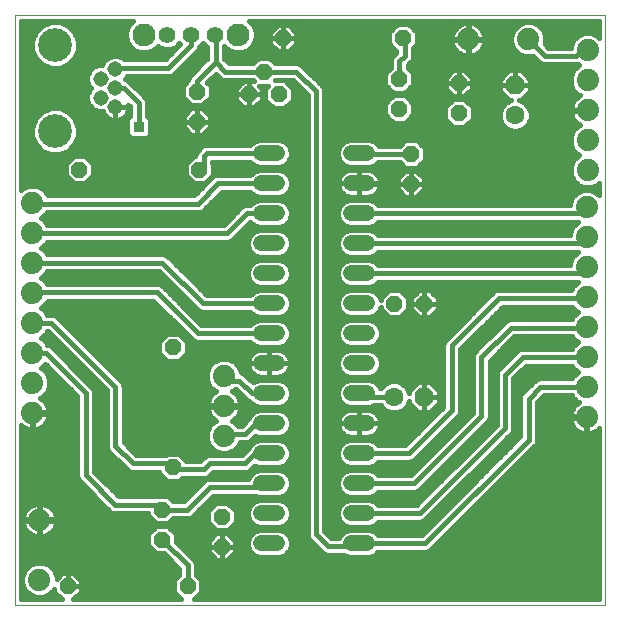
<source format=gbl>
G75*
%MOIN*%
%OFA0B0*%
%FSLAX25Y25*%
%IPPOS*%
%LPD*%
%AMOC8*
5,1,8,0,0,1.08239X$1,22.5*
%
%ADD10C,0.00000*%
%ADD11OC8,0.05200*%
%ADD12C,0.06300*%
%ADD13OC8,0.06300*%
%ADD14C,0.07400*%
%ADD15C,0.05150*%
%ADD16C,0.11220*%
%ADD17C,0.07600*%
%ADD18C,0.05600*%
%ADD19C,0.05200*%
%ADD20C,0.01600*%
%ADD21R,0.03562X0.03562*%
D10*
X0009001Y0005569D02*
X0009001Y0202419D01*
X0205851Y0202419D01*
X0205851Y0005569D01*
X0009001Y0005569D01*
D11*
X0026599Y0011907D03*
X0058056Y0027419D03*
X0058056Y0037419D03*
X0061717Y0051513D03*
X0078016Y0035136D03*
X0078016Y0025136D03*
X0066599Y0011907D03*
X0061717Y0091513D03*
X0070536Y0150805D03*
X0069670Y0166789D03*
X0069670Y0176789D03*
X0087032Y0175884D03*
X0092032Y0183384D03*
X0097032Y0175884D03*
X0098449Y0194584D03*
X0137111Y0181002D03*
X0137111Y0171002D03*
X0141008Y0156002D03*
X0141008Y0146002D03*
X0156993Y0169584D03*
X0156993Y0179584D03*
X0138449Y0194584D03*
X0135536Y0106080D03*
X0145536Y0106080D03*
X0030536Y0150805D03*
D12*
X0135339Y0075017D03*
X0175772Y0168876D03*
D13*
X0175772Y0178876D03*
X0145339Y0075017D03*
D14*
X0199670Y0078285D03*
X0199670Y0088285D03*
X0199670Y0098285D03*
X0199670Y0108285D03*
X0199670Y0118285D03*
X0199670Y0128285D03*
X0199670Y0138285D03*
X0199945Y0150608D03*
X0199945Y0160608D03*
X0199945Y0170608D03*
X0199945Y0180608D03*
X0199945Y0190608D03*
X0180142Y0194191D03*
X0160142Y0194191D03*
X0078725Y0081986D03*
X0078725Y0071986D03*
X0078725Y0061986D03*
X0017229Y0033994D03*
X0017229Y0013994D03*
X0014867Y0069663D03*
X0014867Y0079663D03*
X0014867Y0089663D03*
X0014867Y0099663D03*
X0014867Y0109663D03*
X0014867Y0119663D03*
X0014867Y0129663D03*
X0014867Y0139663D03*
X0199670Y0068285D03*
D15*
X0042504Y0171632D03*
X0037780Y0174781D03*
X0042504Y0177931D03*
X0037780Y0181080D03*
X0042504Y0184230D03*
D16*
X0022426Y0192301D03*
X0022426Y0163561D03*
D17*
X0052032Y0195687D03*
X0083528Y0195687D03*
D18*
X0075654Y0195687D03*
X0067780Y0195687D03*
X0059906Y0195687D03*
D19*
X0091204Y0156199D02*
X0096404Y0156199D01*
X0096404Y0146199D02*
X0091204Y0146199D01*
X0091204Y0136199D02*
X0096404Y0136199D01*
X0096404Y0126199D02*
X0091204Y0126199D01*
X0091204Y0116199D02*
X0096404Y0116199D01*
X0096404Y0106199D02*
X0091204Y0106199D01*
X0091204Y0096199D02*
X0096404Y0096199D01*
X0096404Y0086199D02*
X0091204Y0086199D01*
X0091204Y0076199D02*
X0096404Y0076199D01*
X0096404Y0066199D02*
X0091204Y0066199D01*
X0091204Y0056199D02*
X0096404Y0056199D01*
X0096404Y0046199D02*
X0091204Y0046199D01*
X0091204Y0036199D02*
X0096404Y0036199D01*
X0096404Y0026199D02*
X0091204Y0026199D01*
X0121204Y0026199D02*
X0126404Y0026199D01*
X0126404Y0036199D02*
X0121204Y0036199D01*
X0121204Y0046199D02*
X0126404Y0046199D01*
X0126404Y0056199D02*
X0121204Y0056199D01*
X0121204Y0066199D02*
X0126404Y0066199D01*
X0126404Y0076199D02*
X0121204Y0076199D01*
X0121204Y0086199D02*
X0126404Y0086199D01*
X0126404Y0096199D02*
X0121204Y0096199D01*
X0121204Y0106199D02*
X0126404Y0106199D01*
X0126404Y0116199D02*
X0121204Y0116199D01*
X0121204Y0126199D02*
X0126404Y0126199D01*
X0126404Y0136199D02*
X0121204Y0136199D01*
X0121204Y0146199D02*
X0126404Y0146199D01*
X0126404Y0156199D02*
X0121204Y0156199D01*
D20*
X0123804Y0156199D02*
X0124001Y0156002D01*
X0141008Y0156002D01*
X0137873Y0152632D02*
X0129342Y0152632D01*
X0129009Y0152299D02*
X0129912Y0153202D01*
X0137303Y0153202D01*
X0139103Y0151402D01*
X0142914Y0151402D01*
X0145608Y0154096D01*
X0145608Y0157907D01*
X0142914Y0160602D01*
X0139103Y0160602D01*
X0137303Y0158802D01*
X0130304Y0158802D01*
X0130303Y0158804D01*
X0129009Y0160098D01*
X0127319Y0160799D01*
X0120289Y0160799D01*
X0118598Y0160098D01*
X0117304Y0158804D01*
X0116604Y0157114D01*
X0116604Y0155284D01*
X0117304Y0153593D01*
X0118598Y0152299D01*
X0120289Y0151599D01*
X0127319Y0151599D01*
X0129009Y0152299D01*
X0128093Y0150276D02*
X0127434Y0150490D01*
X0126750Y0150599D01*
X0123804Y0150599D01*
X0123804Y0146199D01*
X0123804Y0146199D01*
X0130804Y0146199D01*
X0130804Y0146545D01*
X0130695Y0147229D01*
X0130481Y0147888D01*
X0130167Y0148505D01*
X0129760Y0149065D01*
X0129270Y0149555D01*
X0128710Y0149962D01*
X0128093Y0150276D01*
X0129390Y0149435D02*
X0138219Y0149435D01*
X0139186Y0150402D02*
X0136608Y0147824D01*
X0136608Y0146002D01*
X0141008Y0146002D01*
X0141008Y0146002D01*
X0141008Y0150402D01*
X0139186Y0150402D01*
X0141008Y0150402D02*
X0141008Y0146002D01*
X0141008Y0146002D01*
X0136608Y0146002D01*
X0136608Y0144179D01*
X0139186Y0141602D01*
X0141008Y0141602D01*
X0141008Y0146002D01*
X0124001Y0146002D01*
X0123804Y0146199D01*
X0123804Y0146198D01*
X0123804Y0141799D01*
X0126750Y0141799D01*
X0127434Y0141907D01*
X0128093Y0142121D01*
X0128710Y0142435D01*
X0129270Y0142842D01*
X0129760Y0143332D01*
X0130167Y0143892D01*
X0130481Y0144510D01*
X0130695Y0145168D01*
X0130804Y0145852D01*
X0130804Y0146198D01*
X0123804Y0146198D01*
X0123804Y0146198D01*
X0123804Y0141799D01*
X0120857Y0141799D01*
X0120173Y0141907D01*
X0119515Y0142121D01*
X0118898Y0142435D01*
X0118337Y0142842D01*
X0117848Y0143332D01*
X0117440Y0143892D01*
X0117126Y0144510D01*
X0116912Y0145168D01*
X0116804Y0145852D01*
X0116804Y0146198D01*
X0123804Y0146198D01*
X0123804Y0146199D01*
X0123804Y0150599D01*
X0120857Y0150599D01*
X0120173Y0150490D01*
X0119515Y0150276D01*
X0118898Y0149962D01*
X0118337Y0149555D01*
X0117848Y0149065D01*
X0117440Y0148505D01*
X0117126Y0147888D01*
X0116912Y0147229D01*
X0116804Y0146545D01*
X0116804Y0146199D01*
X0123804Y0146199D01*
X0123804Y0146238D02*
X0123804Y0146238D01*
X0123804Y0147836D02*
X0123804Y0147836D01*
X0123804Y0149435D02*
X0123804Y0149435D01*
X0123804Y0144639D02*
X0123804Y0144639D01*
X0123804Y0143041D02*
X0123804Y0143041D01*
X0127319Y0140799D02*
X0120289Y0140799D01*
X0118598Y0140098D01*
X0117304Y0138804D01*
X0116604Y0137114D01*
X0116604Y0135284D01*
X0117304Y0133593D01*
X0118598Y0132299D01*
X0120289Y0131599D01*
X0127319Y0131599D01*
X0129009Y0132299D01*
X0130109Y0133399D01*
X0196572Y0133399D01*
X0196846Y0133285D01*
X0196441Y0133117D01*
X0194838Y0131514D01*
X0193970Y0129419D01*
X0193970Y0128999D01*
X0130109Y0128999D01*
X0129009Y0130098D01*
X0127319Y0130799D01*
X0120289Y0130799D01*
X0118598Y0130098D01*
X0117304Y0128804D01*
X0116604Y0127114D01*
X0116604Y0125284D01*
X0117304Y0123593D01*
X0118598Y0122299D01*
X0120289Y0121599D01*
X0127319Y0121599D01*
X0129009Y0122299D01*
X0130109Y0123399D01*
X0196572Y0123399D01*
X0196846Y0123285D01*
X0196441Y0123117D01*
X0194838Y0121514D01*
X0193970Y0119419D01*
X0193970Y0118999D01*
X0130109Y0118999D01*
X0129009Y0120098D01*
X0127319Y0120799D01*
X0120289Y0120799D01*
X0118598Y0120098D01*
X0117304Y0118804D01*
X0116604Y0117114D01*
X0116604Y0115284D01*
X0117304Y0113593D01*
X0118598Y0112299D01*
X0120289Y0111599D01*
X0127319Y0111599D01*
X0129009Y0112299D01*
X0130109Y0113399D01*
X0196572Y0113399D01*
X0196846Y0113285D01*
X0196441Y0113117D01*
X0194838Y0111514D01*
X0194513Y0110731D01*
X0169861Y0110731D01*
X0168832Y0110305D01*
X0168044Y0109517D01*
X0152296Y0093769D01*
X0151870Y0092740D01*
X0151870Y0071689D01*
X0139179Y0058999D01*
X0130109Y0058999D01*
X0129009Y0060098D01*
X0127319Y0060799D01*
X0120289Y0060799D01*
X0118598Y0060098D01*
X0117304Y0058804D01*
X0116604Y0057114D01*
X0116604Y0055284D01*
X0117304Y0053593D01*
X0118598Y0052299D01*
X0120289Y0051599D01*
X0127319Y0051599D01*
X0129009Y0052299D01*
X0130109Y0053399D01*
X0140896Y0053399D01*
X0141925Y0053825D01*
X0156256Y0068156D01*
X0157044Y0068943D01*
X0157470Y0069972D01*
X0157470Y0091023D01*
X0171578Y0105131D01*
X0194807Y0105131D01*
X0194838Y0105056D01*
X0196441Y0103453D01*
X0196846Y0103285D01*
X0196441Y0103117D01*
X0194838Y0101514D01*
X0194578Y0100888D01*
X0173798Y0100888D01*
X0172769Y0100462D01*
X0171981Y0099674D01*
X0162139Y0089832D01*
X0161712Y0088803D01*
X0161712Y0069721D01*
X0140990Y0048999D01*
X0130109Y0048999D01*
X0129009Y0050098D01*
X0127319Y0050799D01*
X0120289Y0050799D01*
X0118598Y0050098D01*
X0117304Y0048804D01*
X0116604Y0047114D01*
X0116604Y0045284D01*
X0117304Y0043593D01*
X0118598Y0042299D01*
X0120289Y0041599D01*
X0127319Y0041599D01*
X0129009Y0042299D01*
X0130109Y0043399D01*
X0142707Y0043399D01*
X0143736Y0043825D01*
X0166098Y0066187D01*
X0166886Y0066975D01*
X0167312Y0068004D01*
X0167312Y0087086D01*
X0175515Y0095288D01*
X0194741Y0095288D01*
X0194838Y0095056D01*
X0196441Y0093453D01*
X0196846Y0093285D01*
X0196441Y0093117D01*
X0194838Y0091514D01*
X0194644Y0091046D01*
X0177735Y0091046D01*
X0176706Y0090620D01*
X0175918Y0089832D01*
X0170013Y0083926D01*
X0169586Y0082897D01*
X0169586Y0065784D01*
X0142801Y0038999D01*
X0130109Y0038999D01*
X0129009Y0040098D01*
X0127319Y0040799D01*
X0120289Y0040799D01*
X0118598Y0040098D01*
X0117304Y0038804D01*
X0116604Y0037114D01*
X0116604Y0035284D01*
X0117304Y0033593D01*
X0118598Y0032299D01*
X0120289Y0031599D01*
X0127319Y0031599D01*
X0129009Y0032299D01*
X0130109Y0033399D01*
X0144518Y0033399D01*
X0145547Y0033825D01*
X0173972Y0062250D01*
X0173972Y0062250D01*
X0174760Y0063038D01*
X0175186Y0064067D01*
X0175186Y0081180D01*
X0179452Y0085446D01*
X0194676Y0085446D01*
X0194838Y0085056D01*
X0196441Y0083453D01*
X0196846Y0083285D01*
X0196441Y0083117D01*
X0194838Y0081514D01*
X0194709Y0081203D01*
X0183640Y0081203D01*
X0182611Y0080777D01*
X0181824Y0079989D01*
X0177887Y0076052D01*
X0177460Y0075023D01*
X0177460Y0061847D01*
X0144612Y0028999D01*
X0130109Y0028999D01*
X0129009Y0030098D01*
X0127319Y0030799D01*
X0120289Y0030799D01*
X0118598Y0030098D01*
X0117304Y0028804D01*
X0116993Y0028054D01*
X0114491Y0028054D01*
X0112194Y0030350D01*
X0112194Y0177385D01*
X0111768Y0178415D01*
X0110980Y0179202D01*
X0104425Y0185757D01*
X0103396Y0186184D01*
X0095737Y0186184D01*
X0093937Y0187984D01*
X0090127Y0187984D01*
X0088327Y0186184D01*
X0080377Y0186184D01*
X0078730Y0187831D01*
X0078730Y0191974D01*
X0078884Y0192128D01*
X0080243Y0190770D01*
X0082374Y0189887D01*
X0084682Y0189887D01*
X0086814Y0190770D01*
X0088445Y0192401D01*
X0089328Y0194533D01*
X0089328Y0196840D01*
X0088445Y0198972D01*
X0086998Y0200419D01*
X0203851Y0200419D01*
X0203851Y0194763D01*
X0203174Y0195440D01*
X0201079Y0196308D01*
X0198812Y0196308D01*
X0196717Y0195440D01*
X0195113Y0193837D01*
X0194245Y0191742D01*
X0194245Y0191439D01*
X0186853Y0191439D01*
X0185665Y0192628D01*
X0185842Y0193057D01*
X0185842Y0195324D01*
X0184974Y0197419D01*
X0183371Y0199023D01*
X0181276Y0199891D01*
X0179008Y0199891D01*
X0176913Y0199023D01*
X0175310Y0197419D01*
X0174442Y0195324D01*
X0174442Y0193057D01*
X0175310Y0190962D01*
X0176913Y0189358D01*
X0179008Y0188491D01*
X0181276Y0188491D01*
X0181705Y0188668D01*
X0184107Y0186266D01*
X0185136Y0185839D01*
X0196565Y0185839D01*
X0196627Y0185865D01*
X0196717Y0185776D01*
X0197122Y0185608D01*
X0196717Y0185440D01*
X0195113Y0183837D01*
X0194245Y0181742D01*
X0194245Y0179474D01*
X0195113Y0177379D01*
X0196717Y0175776D01*
X0197410Y0175489D01*
X0197063Y0175312D01*
X0196362Y0174803D01*
X0195750Y0174191D01*
X0195241Y0173491D01*
X0194848Y0172719D01*
X0194581Y0171896D01*
X0194445Y0171041D01*
X0194445Y0170808D01*
X0199745Y0170808D01*
X0199745Y0170408D01*
X0194445Y0170408D01*
X0194445Y0170175D01*
X0194581Y0169320D01*
X0194848Y0168497D01*
X0195241Y0167725D01*
X0195750Y0167025D01*
X0196362Y0166413D01*
X0197063Y0165904D01*
X0197410Y0165727D01*
X0196717Y0165440D01*
X0195113Y0163837D01*
X0194245Y0161742D01*
X0194245Y0159474D01*
X0195113Y0157379D01*
X0196717Y0155776D01*
X0197122Y0155608D01*
X0196717Y0155440D01*
X0195113Y0153837D01*
X0194245Y0151742D01*
X0194245Y0149474D01*
X0195113Y0147379D01*
X0196717Y0145776D01*
X0198812Y0144908D01*
X0201079Y0144908D01*
X0203174Y0145776D01*
X0203851Y0146452D01*
X0203851Y0142165D01*
X0202899Y0143117D01*
X0200804Y0143985D01*
X0198536Y0143985D01*
X0196441Y0143117D01*
X0194838Y0141514D01*
X0193970Y0139419D01*
X0193970Y0138999D01*
X0130109Y0138999D01*
X0129009Y0140098D01*
X0127319Y0140799D01*
X0129264Y0139844D02*
X0194146Y0139844D01*
X0194808Y0141442D02*
X0112194Y0141442D01*
X0112194Y0139844D02*
X0118343Y0139844D01*
X0117072Y0138245D02*
X0112194Y0138245D01*
X0112194Y0136647D02*
X0116604Y0136647D01*
X0116701Y0135048D02*
X0112194Y0135048D01*
X0112194Y0133450D02*
X0117447Y0133450D01*
X0119679Y0131851D02*
X0112194Y0131851D01*
X0112194Y0130252D02*
X0118970Y0130252D01*
X0117242Y0128654D02*
X0112194Y0128654D01*
X0112194Y0127055D02*
X0116604Y0127055D01*
X0116604Y0125457D02*
X0112194Y0125457D01*
X0112194Y0123858D02*
X0117194Y0123858D01*
X0118692Y0122260D02*
X0112194Y0122260D01*
X0112194Y0120661D02*
X0119958Y0120661D01*
X0117563Y0119063D02*
X0112194Y0119063D01*
X0112194Y0117464D02*
X0116749Y0117464D01*
X0116604Y0115866D02*
X0112194Y0115866D01*
X0112194Y0114267D02*
X0117025Y0114267D01*
X0118228Y0112669D02*
X0112194Y0112669D01*
X0112194Y0111070D02*
X0194654Y0111070D01*
X0195993Y0112669D02*
X0129379Y0112669D01*
X0129009Y0110098D02*
X0127319Y0110799D01*
X0120289Y0110799D01*
X0118598Y0110098D01*
X0117304Y0108804D01*
X0116604Y0107114D01*
X0116604Y0105284D01*
X0117304Y0103593D01*
X0118598Y0102299D01*
X0120289Y0101599D01*
X0127319Y0101599D01*
X0129009Y0102299D01*
X0130303Y0103593D01*
X0130936Y0105120D01*
X0130936Y0104175D01*
X0133631Y0101480D01*
X0137441Y0101480D01*
X0140136Y0104175D01*
X0140136Y0107986D01*
X0137441Y0110680D01*
X0133631Y0110680D01*
X0130936Y0107986D01*
X0130936Y0107277D01*
X0130303Y0108804D01*
X0129009Y0110098D01*
X0129636Y0109472D02*
X0132422Y0109472D01*
X0130936Y0107873D02*
X0130689Y0107873D01*
X0130752Y0104676D02*
X0130936Y0104676D01*
X0132033Y0103078D02*
X0129788Y0103078D01*
X0129009Y0100098D02*
X0127319Y0100799D01*
X0120289Y0100799D01*
X0118598Y0100098D01*
X0117304Y0098804D01*
X0116604Y0097114D01*
X0116604Y0095284D01*
X0117304Y0093593D01*
X0118598Y0092299D01*
X0120289Y0091599D01*
X0127319Y0091599D01*
X0129009Y0092299D01*
X0130303Y0093593D01*
X0131004Y0095284D01*
X0131004Y0097114D01*
X0130303Y0098804D01*
X0129009Y0100098D01*
X0129227Y0099881D02*
X0158408Y0099881D01*
X0160007Y0101479D02*
X0112194Y0101479D01*
X0112194Y0099881D02*
X0118381Y0099881D01*
X0117088Y0098282D02*
X0112194Y0098282D01*
X0112194Y0096684D02*
X0116604Y0096684D01*
X0116686Y0095085D02*
X0112194Y0095085D01*
X0112194Y0093487D02*
X0117410Y0093487D01*
X0119589Y0091888D02*
X0112194Y0091888D01*
X0112194Y0090290D02*
X0119060Y0090290D01*
X0118598Y0090098D02*
X0117304Y0088804D01*
X0116604Y0087114D01*
X0116604Y0085284D01*
X0117304Y0083593D01*
X0118598Y0082299D01*
X0120289Y0081599D01*
X0127319Y0081599D01*
X0129009Y0082299D01*
X0130303Y0083593D01*
X0131004Y0085284D01*
X0131004Y0087114D01*
X0130303Y0088804D01*
X0129009Y0090098D01*
X0127319Y0090799D01*
X0120289Y0090799D01*
X0118598Y0090098D01*
X0117257Y0088691D02*
X0112194Y0088691D01*
X0112194Y0087093D02*
X0116604Y0087093D01*
X0116604Y0085494D02*
X0112194Y0085494D01*
X0112194Y0083896D02*
X0117179Y0083896D01*
X0118602Y0082297D02*
X0112194Y0082297D01*
X0112194Y0080699D02*
X0120048Y0080699D01*
X0120289Y0080799D02*
X0118598Y0080098D01*
X0117304Y0078804D01*
X0116604Y0077114D01*
X0116604Y0075284D01*
X0117304Y0073593D01*
X0118598Y0072299D01*
X0120289Y0071599D01*
X0127319Y0071599D01*
X0128813Y0072217D01*
X0130925Y0072217D01*
X0130973Y0072100D01*
X0132422Y0070651D01*
X0134315Y0069867D01*
X0136363Y0069867D01*
X0138256Y0070651D01*
X0139705Y0072100D01*
X0140389Y0073752D01*
X0140389Y0072967D01*
X0143289Y0070067D01*
X0145339Y0070067D01*
X0145339Y0075017D01*
X0145339Y0075017D01*
X0145339Y0070067D01*
X0147389Y0070067D01*
X0150289Y0072967D01*
X0150289Y0075017D01*
X0145339Y0075017D01*
X0145339Y0075017D01*
X0150289Y0075017D01*
X0150289Y0077068D01*
X0147389Y0079967D01*
X0145339Y0079967D01*
X0143289Y0079967D01*
X0140389Y0077068D01*
X0140389Y0076283D01*
X0139705Y0077935D01*
X0138256Y0079383D01*
X0136363Y0080167D01*
X0134315Y0080167D01*
X0132422Y0079383D01*
X0130973Y0077935D01*
X0130925Y0077817D01*
X0130712Y0077817D01*
X0130303Y0078804D01*
X0129009Y0080098D01*
X0127319Y0080799D01*
X0120289Y0080799D01*
X0117600Y0079100D02*
X0112194Y0079100D01*
X0112194Y0077502D02*
X0116764Y0077502D01*
X0116604Y0075903D02*
X0112194Y0075903D01*
X0112194Y0074305D02*
X0117009Y0074305D01*
X0118191Y0072706D02*
X0112194Y0072706D01*
X0112194Y0071108D02*
X0131966Y0071108D01*
X0129760Y0069065D02*
X0129270Y0069555D01*
X0128710Y0069962D01*
X0128093Y0070276D01*
X0127434Y0070490D01*
X0126750Y0070599D01*
X0123804Y0070599D01*
X0123804Y0066199D01*
X0123804Y0066199D01*
X0130804Y0066199D01*
X0130804Y0066545D01*
X0130695Y0067229D01*
X0130481Y0067888D01*
X0130167Y0068505D01*
X0129760Y0069065D01*
X0129316Y0069509D02*
X0149690Y0069509D01*
X0148430Y0071108D02*
X0151288Y0071108D01*
X0151870Y0072706D02*
X0150028Y0072706D01*
X0150289Y0074305D02*
X0151870Y0074305D01*
X0151870Y0075903D02*
X0150289Y0075903D01*
X0149855Y0077502D02*
X0151870Y0077502D01*
X0151870Y0079100D02*
X0148257Y0079100D01*
X0145339Y0079100D02*
X0145339Y0079100D01*
X0145339Y0079967D02*
X0145339Y0075018D01*
X0145339Y0079967D01*
X0145339Y0077502D02*
X0145339Y0077502D01*
X0145339Y0075903D02*
X0145339Y0075903D01*
X0145339Y0075018D02*
X0145339Y0075018D01*
X0145339Y0074305D02*
X0145339Y0074305D01*
X0145339Y0072706D02*
X0145339Y0072706D01*
X0145339Y0071108D02*
X0145339Y0071108D01*
X0142249Y0071108D02*
X0138712Y0071108D01*
X0139956Y0072706D02*
X0140650Y0072706D01*
X0140823Y0077502D02*
X0139884Y0077502D01*
X0138540Y0079100D02*
X0142421Y0079100D01*
X0135339Y0075017D02*
X0124985Y0075017D01*
X0123804Y0076199D01*
X0127560Y0080699D02*
X0151870Y0080699D01*
X0151870Y0082297D02*
X0129005Y0082297D01*
X0130429Y0083896D02*
X0151870Y0083896D01*
X0151870Y0085494D02*
X0131004Y0085494D01*
X0131004Y0087093D02*
X0151870Y0087093D01*
X0151870Y0088691D02*
X0130350Y0088691D01*
X0128547Y0090290D02*
X0151870Y0090290D01*
X0151870Y0091888D02*
X0128018Y0091888D01*
X0130197Y0093487D02*
X0152179Y0093487D01*
X0153612Y0095085D02*
X0130922Y0095085D01*
X0131004Y0096684D02*
X0155211Y0096684D01*
X0156809Y0098282D02*
X0130520Y0098282D01*
X0139039Y0103078D02*
X0142316Y0103078D01*
X0141136Y0104258D02*
X0143713Y0101680D01*
X0145536Y0101680D01*
X0147358Y0101680D01*
X0149936Y0104258D01*
X0149936Y0106080D01*
X0145536Y0106080D01*
X0145536Y0101680D01*
X0145536Y0106080D01*
X0145536Y0106080D01*
X0145536Y0106080D01*
X0141136Y0106080D01*
X0141136Y0104258D01*
X0141136Y0104676D02*
X0140136Y0104676D01*
X0140136Y0106275D02*
X0141136Y0106275D01*
X0141136Y0106080D02*
X0145536Y0106080D01*
X0145536Y0106080D01*
X0149936Y0106080D01*
X0149936Y0107903D01*
X0147358Y0110480D01*
X0145536Y0110480D01*
X0145536Y0106081D01*
X0145536Y0106081D01*
X0145536Y0110480D01*
X0143713Y0110480D01*
X0141136Y0107903D01*
X0141136Y0106080D01*
X0141136Y0107873D02*
X0140136Y0107873D01*
X0138650Y0109472D02*
X0142705Y0109472D01*
X0145536Y0109472D02*
X0145536Y0109472D01*
X0145536Y0107873D02*
X0145536Y0107873D01*
X0145536Y0106275D02*
X0145536Y0106275D01*
X0145536Y0104676D02*
X0145536Y0104676D01*
X0145536Y0103078D02*
X0145536Y0103078D01*
X0148756Y0103078D02*
X0161605Y0103078D01*
X0163204Y0104676D02*
X0149936Y0104676D01*
X0149936Y0106275D02*
X0164802Y0106275D01*
X0166401Y0107873D02*
X0149936Y0107873D01*
X0148367Y0109472D02*
X0167999Y0109472D01*
X0170418Y0107931D02*
X0199315Y0107931D01*
X0199670Y0108285D01*
X0195218Y0104676D02*
X0171123Y0104676D01*
X0169525Y0103078D02*
X0196401Y0103078D01*
X0194823Y0101479D02*
X0167926Y0101479D01*
X0166328Y0099881D02*
X0172188Y0099881D01*
X0170589Y0098282D02*
X0164729Y0098282D01*
X0163131Y0096684D02*
X0168991Y0096684D01*
X0167392Y0095085D02*
X0161532Y0095085D01*
X0159934Y0093487D02*
X0165793Y0093487D01*
X0164195Y0091888D02*
X0158335Y0091888D01*
X0157470Y0090290D02*
X0162596Y0090290D01*
X0161712Y0088691D02*
X0157470Y0088691D01*
X0157470Y0087093D02*
X0161712Y0087093D01*
X0161712Y0085494D02*
X0157470Y0085494D01*
X0157470Y0083896D02*
X0161712Y0083896D01*
X0161712Y0082297D02*
X0157470Y0082297D01*
X0157470Y0080699D02*
X0161712Y0080699D01*
X0161712Y0079100D02*
X0157470Y0079100D01*
X0157470Y0077502D02*
X0161712Y0077502D01*
X0161712Y0075903D02*
X0157470Y0075903D01*
X0157470Y0074305D02*
X0161712Y0074305D01*
X0161712Y0072706D02*
X0157470Y0072706D01*
X0157470Y0071108D02*
X0161712Y0071108D01*
X0161501Y0069509D02*
X0157278Y0069509D01*
X0156011Y0067911D02*
X0159902Y0067911D01*
X0158304Y0066312D02*
X0154412Y0066312D01*
X0152814Y0064714D02*
X0156705Y0064714D01*
X0155107Y0063115D02*
X0151215Y0063115D01*
X0149617Y0061517D02*
X0153508Y0061517D01*
X0151910Y0059918D02*
X0148018Y0059918D01*
X0146420Y0058319D02*
X0150311Y0058319D01*
X0148713Y0056721D02*
X0144821Y0056721D01*
X0143223Y0055122D02*
X0147114Y0055122D01*
X0145516Y0053524D02*
X0141199Y0053524D01*
X0140339Y0056199D02*
X0154670Y0070529D01*
X0154670Y0092183D01*
X0170418Y0107931D01*
X0174355Y0098088D02*
X0199473Y0098088D01*
X0199670Y0098285D01*
X0196407Y0093487D02*
X0173713Y0093487D01*
X0175312Y0095085D02*
X0194826Y0095085D01*
X0195212Y0091888D02*
X0172115Y0091888D01*
X0170516Y0090290D02*
X0176376Y0090290D01*
X0174777Y0088691D02*
X0168918Y0088691D01*
X0167319Y0087093D02*
X0173179Y0087093D01*
X0171580Y0085494D02*
X0167312Y0085494D01*
X0167312Y0083896D02*
X0170000Y0083896D01*
X0169586Y0082297D02*
X0167312Y0082297D01*
X0167312Y0080699D02*
X0169586Y0080699D01*
X0169586Y0079100D02*
X0167312Y0079100D01*
X0167312Y0077502D02*
X0169586Y0077502D01*
X0169586Y0075903D02*
X0167312Y0075903D01*
X0167312Y0074305D02*
X0169586Y0074305D01*
X0169586Y0072706D02*
X0167312Y0072706D01*
X0167312Y0071108D02*
X0169586Y0071108D01*
X0169586Y0069509D02*
X0167312Y0069509D01*
X0167274Y0067911D02*
X0169586Y0067911D01*
X0169586Y0066312D02*
X0166223Y0066312D01*
X0164625Y0064714D02*
X0168516Y0064714D01*
X0166918Y0063115D02*
X0163026Y0063115D01*
X0161428Y0061517D02*
X0165319Y0061517D01*
X0163721Y0059918D02*
X0159829Y0059918D01*
X0158231Y0058319D02*
X0162122Y0058319D01*
X0160524Y0056721D02*
X0156632Y0056721D01*
X0155034Y0055122D02*
X0158925Y0055122D01*
X0157327Y0053524D02*
X0153435Y0053524D01*
X0151837Y0051925D02*
X0155728Y0051925D01*
X0154130Y0050327D02*
X0150238Y0050327D01*
X0148640Y0048728D02*
X0152531Y0048728D01*
X0150933Y0047130D02*
X0147041Y0047130D01*
X0145443Y0045531D02*
X0149334Y0045531D01*
X0147736Y0043933D02*
X0143844Y0043933D01*
X0146137Y0042334D02*
X0129045Y0042334D01*
X0127470Y0040736D02*
X0144539Y0040736D01*
X0142940Y0039137D02*
X0129970Y0039137D01*
X0129454Y0032743D02*
X0148357Y0032743D01*
X0146759Y0031145D02*
X0112194Y0031145D01*
X0112194Y0032743D02*
X0118154Y0032743D01*
X0116994Y0034342D02*
X0112194Y0034342D01*
X0112194Y0035940D02*
X0116604Y0035940D01*
X0116780Y0037539D02*
X0112194Y0037539D01*
X0112194Y0039137D02*
X0117637Y0039137D01*
X0120137Y0040736D02*
X0112194Y0040736D01*
X0112194Y0042334D02*
X0118562Y0042334D01*
X0117163Y0043933D02*
X0112194Y0043933D01*
X0112194Y0045531D02*
X0116604Y0045531D01*
X0116610Y0047130D02*
X0112194Y0047130D01*
X0112194Y0048728D02*
X0117273Y0048728D01*
X0119150Y0050327D02*
X0112194Y0050327D01*
X0112194Y0051925D02*
X0119499Y0051925D01*
X0117373Y0053524D02*
X0112194Y0053524D01*
X0112194Y0055122D02*
X0116670Y0055122D01*
X0116604Y0056721D02*
X0112194Y0056721D01*
X0112194Y0058319D02*
X0117103Y0058319D01*
X0118418Y0059918D02*
X0112194Y0059918D01*
X0112194Y0061517D02*
X0141697Y0061517D01*
X0143296Y0063115D02*
X0129543Y0063115D01*
X0129760Y0063332D02*
X0129270Y0062842D01*
X0128710Y0062435D01*
X0128093Y0062121D01*
X0127434Y0061907D01*
X0126750Y0061799D01*
X0123804Y0061799D01*
X0123804Y0066198D01*
X0123804Y0066198D01*
X0123804Y0066199D01*
X0123804Y0070599D01*
X0120857Y0070599D01*
X0120173Y0070490D01*
X0119515Y0070276D01*
X0118898Y0069962D01*
X0118337Y0069555D01*
X0117848Y0069065D01*
X0117440Y0068505D01*
X0117126Y0067888D01*
X0116912Y0067229D01*
X0116804Y0066545D01*
X0116804Y0066199D01*
X0123804Y0066199D01*
X0123804Y0066198D02*
X0130804Y0066198D01*
X0130804Y0065852D01*
X0130695Y0065168D01*
X0130481Y0064510D01*
X0130167Y0063892D01*
X0129760Y0063332D01*
X0130548Y0064714D02*
X0144894Y0064714D01*
X0146493Y0066312D02*
X0130804Y0066312D01*
X0130470Y0067911D02*
X0148091Y0067911D01*
X0140099Y0059918D02*
X0129190Y0059918D01*
X0123804Y0061799D02*
X0123804Y0066198D01*
X0116804Y0066198D01*
X0116804Y0065852D01*
X0116912Y0065168D01*
X0117126Y0064510D01*
X0117440Y0063892D01*
X0117848Y0063332D01*
X0118337Y0062842D01*
X0118898Y0062435D01*
X0119515Y0062121D01*
X0120173Y0061907D01*
X0120857Y0061799D01*
X0123804Y0061799D01*
X0123804Y0063115D02*
X0123804Y0063115D01*
X0123804Y0064714D02*
X0123804Y0064714D01*
X0123804Y0066198D02*
X0123804Y0066199D01*
X0123804Y0066312D02*
X0123804Y0066312D01*
X0123804Y0067911D02*
X0123804Y0067911D01*
X0123804Y0069509D02*
X0123804Y0069509D01*
X0118292Y0069509D02*
X0112194Y0069509D01*
X0112194Y0067911D02*
X0117138Y0067911D01*
X0116804Y0066312D02*
X0112194Y0066312D01*
X0112194Y0064714D02*
X0117060Y0064714D01*
X0118065Y0063115D02*
X0112194Y0063115D01*
X0106594Y0063115D02*
X0099826Y0063115D01*
X0100303Y0063593D02*
X0099009Y0062299D01*
X0097319Y0061599D01*
X0090289Y0061599D01*
X0089148Y0062071D01*
X0088146Y0061069D01*
X0087358Y0060281D01*
X0086329Y0059855D01*
X0084012Y0059855D01*
X0083557Y0058757D01*
X0081954Y0057154D01*
X0079859Y0056286D01*
X0077591Y0056286D01*
X0075496Y0057154D01*
X0073893Y0058757D01*
X0073025Y0060852D01*
X0073025Y0063120D01*
X0073893Y0065215D01*
X0075496Y0066818D01*
X0076189Y0067105D01*
X0075842Y0067282D01*
X0075142Y0067791D01*
X0074530Y0068403D01*
X0074021Y0069103D01*
X0073628Y0069875D01*
X0073360Y0070698D01*
X0073225Y0071553D01*
X0073225Y0071786D01*
X0078525Y0071786D01*
X0078525Y0072186D01*
X0073225Y0072186D01*
X0073225Y0072419D01*
X0073360Y0073274D01*
X0073628Y0074097D01*
X0074021Y0074869D01*
X0074530Y0075569D01*
X0075142Y0076181D01*
X0075842Y0076690D01*
X0076189Y0076867D01*
X0075496Y0077154D01*
X0073893Y0078757D01*
X0073025Y0080852D01*
X0073025Y0083120D01*
X0073893Y0085215D01*
X0075496Y0086818D01*
X0077591Y0087686D01*
X0079859Y0087686D01*
X0081954Y0086818D01*
X0083557Y0085215D01*
X0084412Y0083150D01*
X0085390Y0082745D01*
X0086177Y0081958D01*
X0088317Y0079818D01*
X0088598Y0080098D01*
X0090289Y0080799D01*
X0097319Y0080799D01*
X0099009Y0080098D01*
X0100303Y0078804D01*
X0101004Y0077114D01*
X0101004Y0075284D01*
X0100303Y0073593D01*
X0099009Y0072299D01*
X0097319Y0071599D01*
X0090289Y0071599D01*
X0088598Y0072299D01*
X0087498Y0073399D01*
X0087420Y0073399D01*
X0086391Y0073825D01*
X0082644Y0077572D01*
X0082372Y0077572D01*
X0081954Y0077154D01*
X0081261Y0076867D01*
X0081608Y0076690D01*
X0082308Y0076181D01*
X0082920Y0075569D01*
X0083429Y0074869D01*
X0083822Y0074097D01*
X0084089Y0073274D01*
X0084225Y0072419D01*
X0084225Y0072186D01*
X0078925Y0072186D01*
X0078925Y0071786D01*
X0084225Y0071786D01*
X0084225Y0071553D01*
X0084089Y0070698D01*
X0083822Y0069875D01*
X0083429Y0069103D01*
X0082920Y0068403D01*
X0082308Y0067791D01*
X0081608Y0067282D01*
X0081261Y0067105D01*
X0081954Y0066818D01*
X0083317Y0065455D01*
X0084612Y0065455D01*
X0086839Y0067682D01*
X0087304Y0068804D01*
X0088598Y0070098D01*
X0090289Y0070799D01*
X0097319Y0070799D01*
X0099009Y0070098D01*
X0100303Y0068804D01*
X0101004Y0067114D01*
X0101004Y0065284D01*
X0100303Y0063593D01*
X0100768Y0064714D02*
X0106594Y0064714D01*
X0106594Y0066312D02*
X0101004Y0066312D01*
X0100674Y0067911D02*
X0106594Y0067911D01*
X0106594Y0069509D02*
X0099598Y0069509D01*
X0099417Y0072706D02*
X0106594Y0072706D01*
X0106594Y0071108D02*
X0084154Y0071108D01*
X0084179Y0072706D02*
X0088191Y0072706D01*
X0085911Y0074305D02*
X0083716Y0074305D01*
X0084313Y0075903D02*
X0082586Y0075903D01*
X0082714Y0077502D02*
X0082302Y0077502D01*
X0083804Y0080372D02*
X0080339Y0080372D01*
X0078725Y0081986D01*
X0083804Y0080372D02*
X0087977Y0076199D01*
X0093804Y0076199D01*
X0093804Y0081799D02*
X0090857Y0081799D01*
X0090173Y0081907D01*
X0089515Y0082121D01*
X0088898Y0082435D01*
X0088337Y0082842D01*
X0087848Y0083332D01*
X0087440Y0083892D01*
X0087126Y0084510D01*
X0086912Y0085168D01*
X0086804Y0085852D01*
X0086804Y0086198D01*
X0093804Y0086198D01*
X0093804Y0081799D01*
X0096750Y0081799D01*
X0097434Y0081907D01*
X0098093Y0082121D01*
X0098710Y0082435D01*
X0099270Y0082842D01*
X0099760Y0083332D01*
X0100167Y0083892D01*
X0100481Y0084510D01*
X0100695Y0085168D01*
X0100804Y0085852D01*
X0100804Y0086198D01*
X0093804Y0086198D01*
X0093804Y0086198D01*
X0093804Y0086199D01*
X0093804Y0086199D01*
X0093804Y0090599D01*
X0096750Y0090599D01*
X0097434Y0090490D01*
X0098093Y0090276D01*
X0098710Y0089962D01*
X0099270Y0089555D01*
X0099760Y0089065D01*
X0100167Y0088505D01*
X0100481Y0087888D01*
X0100695Y0087229D01*
X0100804Y0086545D01*
X0100804Y0086199D01*
X0093804Y0086199D01*
X0093804Y0090599D01*
X0090857Y0090599D01*
X0090173Y0090490D01*
X0089515Y0090276D01*
X0088898Y0089962D01*
X0088337Y0089555D01*
X0087848Y0089065D01*
X0087440Y0088505D01*
X0087126Y0087888D01*
X0086912Y0087229D01*
X0086804Y0086545D01*
X0086804Y0086199D01*
X0093804Y0086199D01*
X0093804Y0086198D01*
X0093804Y0081799D01*
X0093804Y0082297D02*
X0093804Y0082297D01*
X0093804Y0083896D02*
X0093804Y0083896D01*
X0093804Y0085494D02*
X0093804Y0085494D01*
X0093804Y0087093D02*
X0093804Y0087093D01*
X0093804Y0088691D02*
X0093804Y0088691D01*
X0093804Y0090290D02*
X0093804Y0090290D01*
X0090289Y0091599D02*
X0097319Y0091599D01*
X0099009Y0092299D01*
X0100303Y0093593D01*
X0101004Y0095284D01*
X0101004Y0097114D01*
X0100303Y0098804D01*
X0099009Y0100098D01*
X0097319Y0100799D01*
X0090289Y0100799D01*
X0088598Y0100098D01*
X0087498Y0098999D01*
X0071105Y0098999D01*
X0058618Y0111485D01*
X0057831Y0112273D01*
X0056802Y0112699D01*
X0019779Y0112699D01*
X0019699Y0112892D01*
X0018095Y0114495D01*
X0017690Y0114663D01*
X0018095Y0114831D01*
X0019699Y0116434D01*
X0019909Y0116942D01*
X0057053Y0116942D01*
X0070170Y0103825D01*
X0071199Y0103399D01*
X0087498Y0103399D01*
X0088598Y0102299D01*
X0090289Y0101599D01*
X0097319Y0101599D01*
X0099009Y0102299D01*
X0100303Y0103593D01*
X0101004Y0105284D01*
X0101004Y0107114D01*
X0100303Y0108804D01*
X0099009Y0110098D01*
X0097319Y0110799D01*
X0090289Y0110799D01*
X0088598Y0110098D01*
X0087498Y0108999D01*
X0072916Y0108999D01*
X0060587Y0121328D01*
X0059799Y0122116D01*
X0058770Y0122542D01*
X0019844Y0122542D01*
X0019699Y0122892D01*
X0018095Y0124495D01*
X0017690Y0124663D01*
X0018095Y0124831D01*
X0019699Y0126434D01*
X0019844Y0126784D01*
X0080424Y0126784D01*
X0081453Y0127211D01*
X0087569Y0133327D01*
X0088598Y0132299D01*
X0090289Y0131599D01*
X0097319Y0131599D01*
X0099009Y0132299D01*
X0100303Y0133593D01*
X0101004Y0135284D01*
X0101004Y0137114D01*
X0100303Y0138804D01*
X0099009Y0140098D01*
X0097319Y0140799D01*
X0090289Y0140799D01*
X0088598Y0140098D01*
X0087498Y0138999D01*
X0085924Y0138999D01*
X0084895Y0138572D01*
X0078707Y0132384D01*
X0019909Y0132384D01*
X0019699Y0132892D01*
X0018095Y0134495D01*
X0017690Y0134663D01*
X0018095Y0134831D01*
X0019699Y0136434D01*
X0019779Y0136627D01*
X0070581Y0136627D01*
X0071610Y0137053D01*
X0077956Y0143399D01*
X0087498Y0143399D01*
X0088598Y0142299D01*
X0090289Y0141599D01*
X0097319Y0141599D01*
X0099009Y0142299D01*
X0100303Y0143593D01*
X0101004Y0145284D01*
X0101004Y0147114D01*
X0100303Y0148804D01*
X0099009Y0150098D01*
X0097319Y0150799D01*
X0090289Y0150799D01*
X0088598Y0150098D01*
X0087498Y0148999D01*
X0076239Y0148999D01*
X0075210Y0148572D01*
X0068864Y0142227D01*
X0019974Y0142227D01*
X0019699Y0142892D01*
X0018095Y0144495D01*
X0016000Y0145363D01*
X0013733Y0145363D01*
X0011638Y0144495D01*
X0011001Y0143858D01*
X0011001Y0200419D01*
X0048562Y0200419D01*
X0047115Y0198972D01*
X0046232Y0196840D01*
X0046232Y0194533D01*
X0047115Y0192401D01*
X0048747Y0190770D01*
X0050878Y0189887D01*
X0053186Y0189887D01*
X0055317Y0190770D01*
X0056676Y0192128D01*
X0057187Y0191617D01*
X0058951Y0190887D01*
X0060861Y0190887D01*
X0062625Y0191617D01*
X0063843Y0192836D01*
X0064099Y0192580D01*
X0059022Y0187502D01*
X0045702Y0187502D01*
X0045096Y0188108D01*
X0043414Y0188805D01*
X0041594Y0188805D01*
X0039913Y0188108D01*
X0038626Y0186821D01*
X0038143Y0185655D01*
X0036870Y0185655D01*
X0035189Y0184959D01*
X0033902Y0183672D01*
X0033205Y0181990D01*
X0033205Y0180170D01*
X0033902Y0178489D01*
X0034460Y0177931D01*
X0033902Y0177373D01*
X0033205Y0175691D01*
X0033205Y0173871D01*
X0033902Y0172190D01*
X0035189Y0170903D01*
X0036870Y0170206D01*
X0038368Y0170206D01*
X0038450Y0169952D01*
X0038763Y0169339D01*
X0039168Y0168782D01*
X0039654Y0168295D01*
X0040212Y0167890D01*
X0040825Y0167577D01*
X0041480Y0167365D01*
X0042160Y0167257D01*
X0042504Y0167257D01*
X0042504Y0171631D01*
X0042505Y0171631D01*
X0042505Y0171632D02*
X0042505Y0171632D01*
X0046879Y0171632D01*
X0046879Y0171976D01*
X0046801Y0172470D01*
X0047539Y0171732D01*
X0047539Y0168608D01*
X0046558Y0167627D01*
X0046558Y0162408D01*
X0047730Y0161236D01*
X0052949Y0161236D01*
X0054120Y0162408D01*
X0054120Y0167627D01*
X0053139Y0168608D01*
X0053139Y0173448D01*
X0052713Y0174478D01*
X0051925Y0175265D01*
X0046886Y0180305D01*
X0046387Y0180511D01*
X0046383Y0180522D01*
X0045825Y0181080D01*
X0046383Y0181639D01*
X0046492Y0181902D01*
X0060739Y0181902D01*
X0061768Y0182329D01*
X0062555Y0183116D01*
X0070154Y0190715D01*
X0070548Y0191666D01*
X0071717Y0192836D01*
X0072935Y0191617D01*
X0073130Y0191537D01*
X0073130Y0187831D01*
X0067296Y0181997D01*
X0066870Y0180968D01*
X0066870Y0180494D01*
X0065070Y0178694D01*
X0065070Y0174884D01*
X0067764Y0172189D01*
X0071575Y0172189D01*
X0074270Y0174884D01*
X0074270Y0178694D01*
X0073091Y0179873D01*
X0075930Y0182711D01*
X0077631Y0181010D01*
X0078660Y0180584D01*
X0088327Y0180584D01*
X0088627Y0180284D01*
X0087032Y0180284D01*
X0085209Y0180284D01*
X0082632Y0177706D01*
X0082632Y0175884D01*
X0087032Y0175884D01*
X0087032Y0180284D01*
X0087032Y0175884D01*
X0087032Y0175884D01*
X0091432Y0175884D01*
X0091432Y0177706D01*
X0090355Y0178784D01*
X0093427Y0178784D01*
X0092432Y0177789D01*
X0092432Y0173978D01*
X0095127Y0171284D01*
X0098937Y0171284D01*
X0101632Y0173978D01*
X0101632Y0177789D01*
X0098937Y0180484D01*
X0095637Y0180484D01*
X0095737Y0180584D01*
X0101679Y0180584D01*
X0106594Y0175669D01*
X0106594Y0028634D01*
X0107020Y0027605D01*
X0110957Y0023668D01*
X0111745Y0022880D01*
X0112774Y0022454D01*
X0118443Y0022454D01*
X0118598Y0022299D01*
X0120289Y0021599D01*
X0127319Y0021599D01*
X0129009Y0022299D01*
X0130109Y0023399D01*
X0146329Y0023399D01*
X0147358Y0023825D01*
X0181846Y0058313D01*
X0182634Y0059101D01*
X0183060Y0060130D01*
X0183060Y0073306D01*
X0185357Y0075603D01*
X0194611Y0075603D01*
X0194838Y0075056D01*
X0196441Y0073453D01*
X0197134Y0073166D01*
X0196787Y0072989D01*
X0196087Y0072480D01*
X0195475Y0071868D01*
X0194966Y0071168D01*
X0194573Y0070396D01*
X0194305Y0069573D01*
X0194170Y0068718D01*
X0194170Y0068485D01*
X0199470Y0068485D01*
X0199470Y0068085D01*
X0199870Y0068085D01*
X0199870Y0062785D01*
X0200103Y0062785D01*
X0200958Y0062921D01*
X0201781Y0063188D01*
X0202552Y0063581D01*
X0203253Y0064090D01*
X0203851Y0064688D01*
X0203851Y0007569D01*
X0068766Y0007569D01*
X0071199Y0010002D01*
X0071199Y0013813D01*
X0069399Y0015613D01*
X0069399Y0019433D01*
X0068973Y0020462D01*
X0062656Y0026779D01*
X0062656Y0029324D01*
X0059961Y0032019D01*
X0056150Y0032019D01*
X0053456Y0029324D01*
X0053456Y0025514D01*
X0056150Y0022819D01*
X0058696Y0022819D01*
X0063799Y0017716D01*
X0063799Y0015613D01*
X0061999Y0013813D01*
X0061999Y0010002D01*
X0064432Y0007569D01*
X0028483Y0007569D01*
X0030999Y0010085D01*
X0030999Y0011907D01*
X0026599Y0011907D01*
X0026599Y0011907D01*
X0030999Y0011907D01*
X0030999Y0013730D01*
X0028421Y0016307D01*
X0026599Y0016307D01*
X0026599Y0011907D01*
X0026599Y0011907D01*
X0026599Y0016307D01*
X0024776Y0016307D01*
X0022929Y0014460D01*
X0022929Y0015128D01*
X0022061Y0017223D01*
X0020458Y0018826D01*
X0018363Y0019694D01*
X0016095Y0019694D01*
X0014000Y0018826D01*
X0012397Y0017223D01*
X0011529Y0015128D01*
X0011529Y0012860D01*
X0012397Y0010765D01*
X0014000Y0009162D01*
X0016095Y0008294D01*
X0018363Y0008294D01*
X0020458Y0009162D01*
X0022061Y0010765D01*
X0022199Y0011098D01*
X0022199Y0010085D01*
X0024715Y0007569D01*
X0011001Y0007569D01*
X0011001Y0065751D01*
X0011284Y0065468D01*
X0011984Y0064959D01*
X0012755Y0064566D01*
X0013579Y0064299D01*
X0014434Y0064163D01*
X0014667Y0064163D01*
X0014667Y0069463D01*
X0015067Y0069463D01*
X0015067Y0069863D01*
X0020367Y0069863D01*
X0020367Y0070096D01*
X0020231Y0070951D01*
X0019964Y0071774D01*
X0019571Y0072546D01*
X0019062Y0073246D01*
X0018450Y0073858D01*
X0017749Y0074367D01*
X0017402Y0074544D01*
X0018095Y0074831D01*
X0019699Y0076434D01*
X0020567Y0078529D01*
X0020567Y0080797D01*
X0019699Y0082892D01*
X0018095Y0084495D01*
X0017690Y0084663D01*
X0018095Y0084831D01*
X0019181Y0085916D01*
X0029823Y0075275D01*
X0029823Y0048319D01*
X0030249Y0047290D01*
X0040091Y0037447D01*
X0040879Y0036659D01*
X0041908Y0036233D01*
X0053456Y0036233D01*
X0053456Y0035514D01*
X0056150Y0032819D01*
X0059961Y0032819D01*
X0061761Y0034619D01*
X0066998Y0034619D01*
X0068028Y0035045D01*
X0075121Y0042139D01*
X0088985Y0042139D01*
X0090289Y0041599D01*
X0097319Y0041599D01*
X0099009Y0042299D01*
X0100303Y0043593D01*
X0101004Y0045284D01*
X0101004Y0047114D01*
X0100303Y0048804D01*
X0099009Y0050098D01*
X0097319Y0050799D01*
X0090289Y0050799D01*
X0088598Y0050098D01*
X0087304Y0048804D01*
X0086863Y0047739D01*
X0073404Y0047739D01*
X0072375Y0047312D01*
X0071587Y0046525D01*
X0065282Y0040219D01*
X0061761Y0040219D01*
X0059961Y0042019D01*
X0056150Y0042019D01*
X0055964Y0041833D01*
X0043625Y0041833D01*
X0035423Y0050035D01*
X0035423Y0076992D01*
X0034996Y0078021D01*
X0034209Y0078808D01*
X0020980Y0092037D01*
X0019951Y0092463D01*
X0019876Y0092463D01*
X0019699Y0092892D01*
X0018095Y0094495D01*
X0017690Y0094663D01*
X0018095Y0094831D01*
X0019699Y0096434D01*
X0019876Y0096863D01*
X0020045Y0096863D01*
X0039665Y0077243D01*
X0039665Y0058161D01*
X0040091Y0057132D01*
X0045997Y0051227D01*
X0046785Y0050439D01*
X0047814Y0050013D01*
X0057117Y0050013D01*
X0057117Y0049608D01*
X0059812Y0046913D01*
X0063622Y0046913D01*
X0064753Y0048044D01*
X0072550Y0048044D01*
X0073579Y0048470D01*
X0074366Y0049258D01*
X0075121Y0050013D01*
X0086329Y0050013D01*
X0087358Y0050439D01*
X0088146Y0051227D01*
X0089036Y0052117D01*
X0090289Y0051599D01*
X0097319Y0051599D01*
X0099009Y0052299D01*
X0100303Y0053593D01*
X0101004Y0055284D01*
X0101004Y0057114D01*
X0100303Y0058804D01*
X0099009Y0060098D01*
X0097319Y0060799D01*
X0090289Y0060799D01*
X0088598Y0060098D01*
X0087304Y0058804D01*
X0086950Y0057951D01*
X0084612Y0055613D01*
X0073404Y0055613D01*
X0072375Y0055186D01*
X0070833Y0053644D01*
X0066092Y0053644D01*
X0063622Y0056113D01*
X0059812Y0056113D01*
X0059311Y0055613D01*
X0049530Y0055613D01*
X0045265Y0059878D01*
X0045265Y0078960D01*
X0044839Y0079989D01*
X0044051Y0080777D01*
X0022791Y0102037D01*
X0021762Y0102463D01*
X0019876Y0102463D01*
X0019699Y0102892D01*
X0018095Y0104495D01*
X0017690Y0104663D01*
X0018095Y0104831D01*
X0019699Y0106434D01*
X0019974Y0107099D01*
X0055085Y0107099D01*
X0068359Y0093825D01*
X0069388Y0093399D01*
X0087498Y0093399D01*
X0088598Y0092299D01*
X0090289Y0091599D01*
X0089589Y0091888D02*
X0066317Y0091888D01*
X0066317Y0093419D02*
X0066317Y0089608D01*
X0063622Y0086913D01*
X0059812Y0086913D01*
X0057117Y0089608D01*
X0057117Y0093419D01*
X0059812Y0096113D01*
X0063622Y0096113D01*
X0066317Y0093419D01*
X0066249Y0093487D02*
X0069175Y0093487D01*
X0067099Y0095085D02*
X0064651Y0095085D01*
X0065500Y0096684D02*
X0028144Y0096684D01*
X0026546Y0098282D02*
X0063902Y0098282D01*
X0062303Y0099881D02*
X0024947Y0099881D01*
X0023349Y0101479D02*
X0060705Y0101479D01*
X0059106Y0103078D02*
X0019513Y0103078D01*
X0017722Y0104676D02*
X0057508Y0104676D01*
X0055909Y0106275D02*
X0019539Y0106275D01*
X0015103Y0109899D02*
X0014867Y0109663D01*
X0015103Y0109899D02*
X0056245Y0109899D01*
X0069945Y0096199D01*
X0093804Y0096199D01*
X0098018Y0091888D02*
X0106594Y0091888D01*
X0106594Y0090290D02*
X0098051Y0090290D01*
X0100031Y0088691D02*
X0106594Y0088691D01*
X0106594Y0087093D02*
X0100717Y0087093D01*
X0100747Y0085494D02*
X0106594Y0085494D01*
X0106594Y0083896D02*
X0100169Y0083896D01*
X0098439Y0082297D02*
X0106594Y0082297D01*
X0106594Y0080699D02*
X0097560Y0080699D01*
X0100007Y0079100D02*
X0106594Y0079100D01*
X0106594Y0077502D02*
X0100843Y0077502D01*
X0101004Y0075903D02*
X0106594Y0075903D01*
X0106594Y0074305D02*
X0100598Y0074305D01*
X0093804Y0066199D02*
X0089315Y0066199D01*
X0085772Y0062655D01*
X0079394Y0062655D01*
X0078725Y0061986D01*
X0073412Y0059918D02*
X0045265Y0059918D01*
X0045265Y0061517D02*
X0073025Y0061517D01*
X0073025Y0063115D02*
X0045265Y0063115D01*
X0045265Y0064714D02*
X0073685Y0064714D01*
X0074990Y0066312D02*
X0045265Y0066312D01*
X0045265Y0067911D02*
X0075022Y0067911D01*
X0073814Y0069509D02*
X0045265Y0069509D01*
X0045265Y0071108D02*
X0073295Y0071108D01*
X0073270Y0072706D02*
X0045265Y0072706D01*
X0045265Y0074305D02*
X0073734Y0074305D01*
X0074864Y0075903D02*
X0045265Y0075903D01*
X0045265Y0077502D02*
X0075148Y0077502D01*
X0073751Y0079100D02*
X0045207Y0079100D01*
X0044129Y0080699D02*
X0073088Y0080699D01*
X0073025Y0082297D02*
X0042531Y0082297D01*
X0040932Y0083896D02*
X0073346Y0083896D01*
X0074172Y0085494D02*
X0039334Y0085494D01*
X0037735Y0087093D02*
X0059632Y0087093D01*
X0058034Y0088691D02*
X0036137Y0088691D01*
X0034538Y0090290D02*
X0057117Y0090290D01*
X0057117Y0091888D02*
X0032940Y0091888D01*
X0031341Y0093487D02*
X0057185Y0093487D01*
X0058783Y0095085D02*
X0029743Y0095085D01*
X0025020Y0091888D02*
X0021129Y0091888D01*
X0022727Y0090290D02*
X0026619Y0090290D01*
X0028217Y0088691D02*
X0024326Y0088691D01*
X0025924Y0087093D02*
X0029816Y0087093D01*
X0031414Y0085494D02*
X0027523Y0085494D01*
X0029121Y0083896D02*
X0033013Y0083896D01*
X0034611Y0082297D02*
X0030720Y0082297D01*
X0032318Y0080699D02*
X0036210Y0080699D01*
X0037808Y0079100D02*
X0033917Y0079100D01*
X0035211Y0077502D02*
X0039407Y0077502D01*
X0039665Y0075903D02*
X0035423Y0075903D01*
X0035423Y0074305D02*
X0039665Y0074305D01*
X0039665Y0072706D02*
X0035423Y0072706D01*
X0035423Y0071108D02*
X0039665Y0071108D01*
X0039665Y0069509D02*
X0035423Y0069509D01*
X0035423Y0067911D02*
X0039665Y0067911D01*
X0039665Y0066312D02*
X0035423Y0066312D01*
X0035423Y0064714D02*
X0039665Y0064714D01*
X0039665Y0063115D02*
X0035423Y0063115D01*
X0035423Y0061517D02*
X0039665Y0061517D01*
X0039665Y0059918D02*
X0035423Y0059918D01*
X0035423Y0058319D02*
X0039665Y0058319D01*
X0040503Y0056721D02*
X0035423Y0056721D01*
X0035423Y0055122D02*
X0042101Y0055122D01*
X0043700Y0053524D02*
X0035423Y0053524D01*
X0035423Y0051925D02*
X0045298Y0051925D01*
X0047055Y0050327D02*
X0035423Y0050327D01*
X0036730Y0048728D02*
X0057997Y0048728D01*
X0059595Y0047130D02*
X0038328Y0047130D01*
X0039927Y0045531D02*
X0070594Y0045531D01*
X0071587Y0046525D02*
X0071587Y0046525D01*
X0072193Y0047130D02*
X0063839Y0047130D01*
X0062386Y0050844D02*
X0061717Y0051513D01*
X0060418Y0052813D01*
X0048371Y0052813D01*
X0042465Y0058718D01*
X0042465Y0078403D01*
X0021205Y0099663D01*
X0014867Y0099663D01*
X0018350Y0095085D02*
X0021823Y0095085D01*
X0020225Y0096684D02*
X0019802Y0096684D01*
X0019104Y0093487D02*
X0023422Y0093487D01*
X0019394Y0089663D02*
X0032623Y0076435D01*
X0032623Y0048876D01*
X0042465Y0039033D01*
X0056441Y0039033D01*
X0058056Y0037419D01*
X0066441Y0037419D01*
X0073961Y0044939D01*
X0092544Y0044939D01*
X0093804Y0046199D01*
X0098457Y0050327D02*
X0106594Y0050327D01*
X0106594Y0051925D02*
X0098108Y0051925D01*
X0100234Y0053524D02*
X0106594Y0053524D01*
X0106594Y0055122D02*
X0100937Y0055122D01*
X0101004Y0056721D02*
X0106594Y0056721D01*
X0106594Y0058319D02*
X0100504Y0058319D01*
X0099190Y0059918D02*
X0106594Y0059918D01*
X0106594Y0061517D02*
X0088593Y0061517D01*
X0088418Y0059918D02*
X0086481Y0059918D01*
X0087103Y0058319D02*
X0083120Y0058319D01*
X0080909Y0056721D02*
X0085721Y0056721D01*
X0089158Y0056199D02*
X0085772Y0052813D01*
X0073961Y0052813D01*
X0071993Y0050844D01*
X0062386Y0050844D01*
X0064613Y0055122D02*
X0072311Y0055122D01*
X0074330Y0058319D02*
X0046824Y0058319D01*
X0048422Y0056721D02*
X0076541Y0056721D01*
X0073837Y0048728D02*
X0087273Y0048728D01*
X0087088Y0050327D02*
X0089150Y0050327D01*
X0088845Y0051925D02*
X0089499Y0051925D01*
X0089158Y0056199D02*
X0093804Y0056199D01*
X0100335Y0048728D02*
X0106594Y0048728D01*
X0106594Y0047130D02*
X0100997Y0047130D01*
X0101004Y0045531D02*
X0106594Y0045531D01*
X0106594Y0043933D02*
X0100444Y0043933D01*
X0099045Y0042334D02*
X0106594Y0042334D01*
X0106594Y0040736D02*
X0097470Y0040736D01*
X0097319Y0040799D02*
X0099009Y0040098D01*
X0100303Y0038804D01*
X0101004Y0037114D01*
X0101004Y0035284D01*
X0100303Y0033593D01*
X0099009Y0032299D01*
X0097319Y0031599D01*
X0090289Y0031599D01*
X0088598Y0032299D01*
X0087304Y0033593D01*
X0086604Y0035284D01*
X0086604Y0037114D01*
X0087304Y0038804D01*
X0088598Y0040098D01*
X0090289Y0040799D01*
X0097319Y0040799D01*
X0099970Y0039137D02*
X0106594Y0039137D01*
X0106594Y0037539D02*
X0100827Y0037539D01*
X0101004Y0035940D02*
X0106594Y0035940D01*
X0106594Y0034342D02*
X0100614Y0034342D01*
X0099454Y0032743D02*
X0106594Y0032743D01*
X0106594Y0031145D02*
X0080531Y0031145D01*
X0079922Y0030536D02*
X0082616Y0033230D01*
X0082616Y0037041D01*
X0079922Y0039736D01*
X0076111Y0039736D01*
X0073416Y0037041D01*
X0073416Y0033230D01*
X0076111Y0030536D01*
X0079922Y0030536D01*
X0079839Y0029536D02*
X0078016Y0029536D01*
X0076194Y0029536D01*
X0073616Y0026958D01*
X0073616Y0025136D01*
X0078016Y0025136D01*
X0078016Y0029536D01*
X0078016Y0025136D01*
X0078016Y0025136D01*
X0078016Y0025135D01*
X0078016Y0025135D01*
X0078016Y0020736D01*
X0076194Y0020736D01*
X0073616Y0023313D01*
X0073616Y0025135D01*
X0078016Y0025135D01*
X0078016Y0020736D01*
X0079839Y0020736D01*
X0082416Y0023313D01*
X0082416Y0025135D01*
X0078016Y0025135D01*
X0078016Y0025136D01*
X0082416Y0025136D01*
X0082416Y0026958D01*
X0079839Y0029536D01*
X0081427Y0027948D02*
X0086949Y0027948D01*
X0086604Y0027114D02*
X0087304Y0028804D01*
X0088598Y0030098D01*
X0090289Y0030799D01*
X0097319Y0030799D01*
X0099009Y0030098D01*
X0100303Y0028804D01*
X0101004Y0027114D01*
X0101004Y0025284D01*
X0100303Y0023593D01*
X0099009Y0022299D01*
X0097319Y0021599D01*
X0090289Y0021599D01*
X0088598Y0022299D01*
X0087304Y0023593D01*
X0086604Y0025284D01*
X0086604Y0027114D01*
X0086604Y0026349D02*
X0082416Y0026349D01*
X0082416Y0024751D02*
X0086824Y0024751D01*
X0087745Y0023152D02*
X0082255Y0023152D01*
X0080657Y0021554D02*
X0203851Y0021554D01*
X0203851Y0023152D02*
X0129863Y0023152D01*
X0123804Y0026199D02*
X0122859Y0025254D01*
X0113331Y0025254D01*
X0109394Y0029191D01*
X0109394Y0176828D01*
X0102839Y0183384D01*
X0092032Y0183384D01*
X0079217Y0183384D01*
X0075930Y0186671D01*
X0075930Y0195411D01*
X0075654Y0195687D01*
X0071958Y0192594D02*
X0071476Y0192594D01*
X0070270Y0190996D02*
X0073130Y0190996D01*
X0073130Y0189397D02*
X0068836Y0189397D01*
X0067238Y0187799D02*
X0073098Y0187799D01*
X0071499Y0186200D02*
X0065639Y0186200D01*
X0064041Y0184602D02*
X0069901Y0184602D01*
X0068302Y0183003D02*
X0062442Y0183003D01*
X0066182Y0179806D02*
X0047384Y0179806D01*
X0046149Y0181405D02*
X0067051Y0181405D01*
X0069670Y0180411D02*
X0075930Y0186671D01*
X0078762Y0187799D02*
X0089942Y0187799D01*
X0088343Y0186200D02*
X0080360Y0186200D01*
X0078730Y0189397D02*
X0135720Y0189397D01*
X0136122Y0189799D02*
X0134737Y0188415D01*
X0134311Y0187385D01*
X0134311Y0184707D01*
X0132511Y0182907D01*
X0132511Y0179096D01*
X0135205Y0176402D01*
X0139016Y0176402D01*
X0141711Y0179096D01*
X0141711Y0182907D01*
X0139911Y0184707D01*
X0139911Y0185669D01*
X0140508Y0186266D01*
X0141295Y0187053D01*
X0141722Y0188083D01*
X0141722Y0191351D01*
X0143049Y0192679D01*
X0143049Y0196490D01*
X0140355Y0199184D01*
X0136544Y0199184D01*
X0133849Y0196490D01*
X0133849Y0192679D01*
X0136122Y0190407D01*
X0136122Y0189799D01*
X0135532Y0190996D02*
X0101083Y0190996D01*
X0100272Y0190184D02*
X0102849Y0192762D01*
X0102849Y0194584D01*
X0098449Y0194584D01*
X0098449Y0194584D01*
X0098449Y0190184D01*
X0096627Y0190184D01*
X0094049Y0192762D01*
X0094049Y0194584D01*
X0098449Y0194584D01*
X0098449Y0194584D01*
X0098449Y0190184D01*
X0100272Y0190184D01*
X0098449Y0190996D02*
X0098449Y0190996D01*
X0098449Y0192594D02*
X0098449Y0192594D01*
X0098449Y0194193D02*
X0098449Y0194193D01*
X0098449Y0194584D02*
X0098449Y0194584D01*
X0094049Y0194584D01*
X0094049Y0196407D01*
X0096627Y0198984D01*
X0098449Y0198984D01*
X0098449Y0194584D01*
X0098449Y0194584D01*
X0102849Y0194584D01*
X0102849Y0196407D01*
X0100272Y0198984D01*
X0098449Y0198984D01*
X0098449Y0194584D01*
X0098449Y0195791D02*
X0098449Y0195791D01*
X0098449Y0197390D02*
X0098449Y0197390D01*
X0095032Y0197390D02*
X0089100Y0197390D01*
X0089328Y0195791D02*
X0094049Y0195791D01*
X0094049Y0194193D02*
X0089187Y0194193D01*
X0088525Y0192594D02*
X0094217Y0192594D01*
X0095815Y0190996D02*
X0087040Y0190996D01*
X0080016Y0190996D02*
X0078730Y0190996D01*
X0077236Y0181405D02*
X0074623Y0181405D01*
X0073158Y0179806D02*
X0084732Y0179806D01*
X0083134Y0178208D02*
X0074270Y0178208D01*
X0074270Y0176609D02*
X0082632Y0176609D01*
X0082632Y0175884D02*
X0082632Y0174061D01*
X0085209Y0171484D01*
X0087032Y0171484D01*
X0088855Y0171484D01*
X0091432Y0174061D01*
X0091432Y0175884D01*
X0087032Y0175884D01*
X0087032Y0175884D01*
X0087032Y0175884D01*
X0082632Y0175884D01*
X0082632Y0175011D02*
X0074270Y0175011D01*
X0072798Y0173412D02*
X0083281Y0173412D01*
X0084879Y0171814D02*
X0053139Y0171814D01*
X0053139Y0173412D02*
X0066541Y0173412D01*
X0065070Y0175011D02*
X0052180Y0175011D01*
X0050581Y0176609D02*
X0065070Y0176609D01*
X0065070Y0178208D02*
X0048982Y0178208D01*
X0045300Y0177931D02*
X0050339Y0172891D01*
X0050339Y0165017D01*
X0046558Y0165420D02*
X0029893Y0165420D01*
X0030036Y0165075D02*
X0028877Y0167872D01*
X0026737Y0170012D01*
X0023939Y0171171D01*
X0020912Y0171171D01*
X0018115Y0170012D01*
X0015974Y0167872D01*
X0014815Y0165075D01*
X0014815Y0162047D01*
X0015974Y0159250D01*
X0018115Y0157109D01*
X0020912Y0155951D01*
X0023939Y0155951D01*
X0026737Y0157109D01*
X0028877Y0159250D01*
X0030036Y0162047D01*
X0030036Y0165075D01*
X0030036Y0163821D02*
X0046558Y0163821D01*
X0046743Y0162223D02*
X0030036Y0162223D01*
X0029447Y0160624D02*
X0089868Y0160624D01*
X0090289Y0160799D02*
X0088598Y0160098D01*
X0087498Y0158999D01*
X0072459Y0158999D01*
X0071430Y0158572D01*
X0070407Y0157549D01*
X0069619Y0156761D01*
X0069193Y0155732D01*
X0069193Y0155405D01*
X0068631Y0155405D01*
X0065936Y0152710D01*
X0065936Y0148899D01*
X0068631Y0146205D01*
X0072441Y0146205D01*
X0075136Y0148899D01*
X0075136Y0152710D01*
X0074793Y0153054D01*
X0074793Y0153399D01*
X0087498Y0153399D01*
X0088598Y0152299D01*
X0090289Y0151599D01*
X0097319Y0151599D01*
X0099009Y0152299D01*
X0100303Y0153593D01*
X0101004Y0155284D01*
X0101004Y0157114D01*
X0100303Y0158804D01*
X0099009Y0160098D01*
X0097319Y0160799D01*
X0090289Y0160799D01*
X0087525Y0159026D02*
X0028653Y0159026D01*
X0027055Y0157427D02*
X0070285Y0157427D01*
X0069233Y0155829D02*
X0011001Y0155829D01*
X0011001Y0157427D02*
X0017797Y0157427D01*
X0016198Y0159026D02*
X0011001Y0159026D01*
X0011001Y0160624D02*
X0015405Y0160624D01*
X0014815Y0162223D02*
X0011001Y0162223D01*
X0011001Y0163821D02*
X0014815Y0163821D01*
X0014958Y0165420D02*
X0011001Y0165420D01*
X0011001Y0167018D02*
X0015621Y0167018D01*
X0016719Y0168617D02*
X0011001Y0168617D01*
X0011001Y0170215D02*
X0018605Y0170215D01*
X0011001Y0171814D02*
X0034278Y0171814D01*
X0033395Y0173412D02*
X0011001Y0173412D01*
X0011001Y0175011D02*
X0033205Y0175011D01*
X0033586Y0176609D02*
X0011001Y0176609D01*
X0011001Y0178208D02*
X0034183Y0178208D01*
X0033356Y0179806D02*
X0011001Y0179806D01*
X0011001Y0181405D02*
X0033205Y0181405D01*
X0033625Y0183003D02*
X0011001Y0183003D01*
X0011001Y0184602D02*
X0034832Y0184602D01*
X0038369Y0186200D02*
X0027088Y0186200D01*
X0026737Y0185849D02*
X0028877Y0187990D01*
X0030036Y0190787D01*
X0030036Y0193815D01*
X0028877Y0196612D01*
X0026737Y0198753D01*
X0023939Y0199911D01*
X0020912Y0199911D01*
X0018115Y0198753D01*
X0015974Y0196612D01*
X0014815Y0193815D01*
X0014815Y0190787D01*
X0015974Y0187990D01*
X0018115Y0185849D01*
X0020912Y0184691D01*
X0023939Y0184691D01*
X0026737Y0185849D01*
X0028686Y0187799D02*
X0039604Y0187799D01*
X0042977Y0184702D02*
X0042504Y0184230D01*
X0042977Y0184702D02*
X0060182Y0184702D01*
X0067780Y0192301D01*
X0067780Y0195687D01*
X0064084Y0192594D02*
X0063602Y0192594D01*
X0062515Y0190996D02*
X0061124Y0190996D01*
X0060917Y0189397D02*
X0029460Y0189397D01*
X0030036Y0190996D02*
X0048520Y0190996D01*
X0047035Y0192594D02*
X0030036Y0192594D01*
X0029879Y0194193D02*
X0046373Y0194193D01*
X0046232Y0195791D02*
X0029217Y0195791D01*
X0028099Y0197390D02*
X0046460Y0197390D01*
X0047131Y0198988D02*
X0026167Y0198988D01*
X0018684Y0198988D02*
X0011001Y0198988D01*
X0011001Y0197390D02*
X0016752Y0197390D01*
X0015634Y0195791D02*
X0011001Y0195791D01*
X0011001Y0194193D02*
X0014972Y0194193D01*
X0014815Y0192594D02*
X0011001Y0192594D01*
X0011001Y0190996D02*
X0014815Y0190996D01*
X0015391Y0189397D02*
X0011001Y0189397D01*
X0011001Y0187799D02*
X0016165Y0187799D01*
X0017764Y0186200D02*
X0011001Y0186200D01*
X0026247Y0170215D02*
X0036849Y0170215D01*
X0039332Y0168617D02*
X0028132Y0168617D01*
X0029231Y0167018D02*
X0046558Y0167018D01*
X0045354Y0168295D02*
X0045841Y0168782D01*
X0046246Y0169339D01*
X0046559Y0169952D01*
X0046772Y0170607D01*
X0046879Y0171287D01*
X0046879Y0171632D01*
X0042505Y0171632D01*
X0042505Y0171631D02*
X0042505Y0167257D01*
X0042849Y0167257D01*
X0043529Y0167365D01*
X0044184Y0167577D01*
X0044797Y0167890D01*
X0045354Y0168295D01*
X0045677Y0168617D02*
X0047539Y0168617D01*
X0047539Y0170215D02*
X0046644Y0170215D01*
X0046879Y0171814D02*
X0047457Y0171814D01*
X0053139Y0170215D02*
X0066873Y0170215D01*
X0067847Y0171189D02*
X0065270Y0168612D01*
X0065270Y0166789D01*
X0065270Y0164967D01*
X0067847Y0162389D01*
X0069670Y0162389D01*
X0071492Y0162389D01*
X0074070Y0164967D01*
X0074070Y0166789D01*
X0069670Y0166789D01*
X0069670Y0166789D01*
X0074070Y0166789D01*
X0074070Y0168612D01*
X0071492Y0171189D01*
X0069670Y0171189D01*
X0069670Y0166789D01*
X0069670Y0162389D01*
X0069670Y0166789D01*
X0069670Y0166789D01*
X0069670Y0166789D01*
X0065270Y0166789D01*
X0069670Y0166789D01*
X0069670Y0166789D01*
X0069670Y0171189D01*
X0067847Y0171189D01*
X0069670Y0170215D02*
X0069670Y0170215D01*
X0069670Y0168617D02*
X0069670Y0168617D01*
X0069670Y0167018D02*
X0069670Y0167018D01*
X0069670Y0165420D02*
X0069670Y0165420D01*
X0069670Y0163821D02*
X0069670Y0163821D01*
X0072924Y0163821D02*
X0106594Y0163821D01*
X0106594Y0162223D02*
X0053935Y0162223D01*
X0054120Y0163821D02*
X0066415Y0163821D01*
X0065270Y0165420D02*
X0054120Y0165420D01*
X0054120Y0167018D02*
X0065270Y0167018D01*
X0065275Y0168617D02*
X0053139Y0168617D01*
X0045300Y0177931D02*
X0042504Y0177931D01*
X0042504Y0170215D02*
X0042505Y0170215D01*
X0042504Y0168617D02*
X0042505Y0168617D01*
X0032441Y0155405D02*
X0028631Y0155405D01*
X0025936Y0152710D01*
X0025936Y0148899D01*
X0028631Y0146205D01*
X0032441Y0146205D01*
X0035136Y0148899D01*
X0035136Y0152710D01*
X0032441Y0155405D01*
X0033616Y0154230D02*
X0067456Y0154230D01*
X0065936Y0152632D02*
X0035136Y0152632D01*
X0035136Y0151033D02*
X0065936Y0151033D01*
X0065936Y0149435D02*
X0035136Y0149435D01*
X0034073Y0147836D02*
X0066999Y0147836D01*
X0068598Y0146238D02*
X0032474Y0146238D01*
X0028598Y0146238D02*
X0011001Y0146238D01*
X0011001Y0147836D02*
X0026999Y0147836D01*
X0025936Y0149435D02*
X0011001Y0149435D01*
X0011001Y0151033D02*
X0025936Y0151033D01*
X0025936Y0152632D02*
X0011001Y0152632D01*
X0011001Y0154230D02*
X0027456Y0154230D01*
X0017748Y0144639D02*
X0071277Y0144639D01*
X0072474Y0146238D02*
X0072875Y0146238D01*
X0074073Y0147836D02*
X0074474Y0147836D01*
X0075136Y0149435D02*
X0087934Y0149435D01*
X0088265Y0152632D02*
X0075136Y0152632D01*
X0075136Y0151033D02*
X0106594Y0151033D01*
X0106594Y0149435D02*
X0099673Y0149435D01*
X0100704Y0147836D02*
X0106594Y0147836D01*
X0106594Y0146238D02*
X0101004Y0146238D01*
X0100737Y0144639D02*
X0106594Y0144639D01*
X0106594Y0143041D02*
X0099751Y0143041D01*
X0099264Y0139844D02*
X0106594Y0139844D01*
X0106594Y0141442D02*
X0075999Y0141442D01*
X0074401Y0139844D02*
X0088343Y0139844D01*
X0087856Y0143041D02*
X0077598Y0143041D01*
X0076796Y0146199D02*
X0070024Y0139427D01*
X0015103Y0139427D01*
X0014867Y0139663D01*
X0011985Y0144639D02*
X0011001Y0144639D01*
X0019550Y0143041D02*
X0069678Y0143041D01*
X0072802Y0138245D02*
X0084568Y0138245D01*
X0082969Y0136647D02*
X0070629Y0136647D01*
X0079772Y0133450D02*
X0019141Y0133450D01*
X0018313Y0135048D02*
X0081371Y0135048D01*
X0086481Y0136199D02*
X0079867Y0129584D01*
X0014945Y0129584D01*
X0014867Y0129663D01*
X0018722Y0125457D02*
X0086604Y0125457D01*
X0086604Y0125284D02*
X0087304Y0123593D01*
X0088598Y0122299D01*
X0090289Y0121599D01*
X0097319Y0121599D01*
X0099009Y0122299D01*
X0100303Y0123593D01*
X0101004Y0125284D01*
X0101004Y0127114D01*
X0100303Y0128804D01*
X0099009Y0130098D01*
X0097319Y0130799D01*
X0090289Y0130799D01*
X0088598Y0130098D01*
X0087304Y0128804D01*
X0086604Y0127114D01*
X0086604Y0125284D01*
X0087194Y0123858D02*
X0018732Y0123858D01*
X0014945Y0119742D02*
X0014867Y0119663D01*
X0014945Y0119742D02*
X0058213Y0119742D01*
X0071756Y0106199D01*
X0093804Y0106199D01*
X0090289Y0111599D02*
X0097319Y0111599D01*
X0099009Y0112299D01*
X0100303Y0113593D01*
X0101004Y0115284D01*
X0101004Y0117114D01*
X0100303Y0118804D01*
X0099009Y0120098D01*
X0097319Y0120799D01*
X0090289Y0120799D01*
X0088598Y0120098D01*
X0087304Y0118804D01*
X0086604Y0117114D01*
X0086604Y0115284D01*
X0087304Y0113593D01*
X0088598Y0112299D01*
X0090289Y0111599D01*
X0088228Y0112669D02*
X0069246Y0112669D01*
X0070844Y0111070D02*
X0106594Y0111070D01*
X0106594Y0109472D02*
X0099636Y0109472D01*
X0100689Y0107873D02*
X0106594Y0107873D01*
X0106594Y0106275D02*
X0101004Y0106275D01*
X0100752Y0104676D02*
X0106594Y0104676D01*
X0106594Y0103078D02*
X0099788Y0103078D01*
X0099227Y0099881D02*
X0106594Y0099881D01*
X0106594Y0101479D02*
X0068624Y0101479D01*
X0067026Y0103078D02*
X0087819Y0103078D01*
X0088381Y0099881D02*
X0070223Y0099881D01*
X0069319Y0104676D02*
X0065427Y0104676D01*
X0063829Y0106275D02*
X0067720Y0106275D01*
X0066122Y0107873D02*
X0062230Y0107873D01*
X0060632Y0109472D02*
X0064523Y0109472D01*
X0062925Y0111070D02*
X0059033Y0111070D01*
X0056875Y0112669D02*
X0061326Y0112669D01*
X0059728Y0114267D02*
X0018323Y0114267D01*
X0019130Y0115866D02*
X0058129Y0115866D01*
X0062852Y0119063D02*
X0087563Y0119063D01*
X0086749Y0117464D02*
X0064450Y0117464D01*
X0066049Y0115866D02*
X0086604Y0115866D01*
X0087025Y0114267D02*
X0067647Y0114267D01*
X0072443Y0109472D02*
X0087972Y0109472D01*
X0089958Y0120661D02*
X0061253Y0120661D01*
X0059451Y0122260D02*
X0088692Y0122260D01*
X0086604Y0127055D02*
X0081078Y0127055D01*
X0082896Y0128654D02*
X0087242Y0128654D01*
X0088970Y0130252D02*
X0084495Y0130252D01*
X0086093Y0131851D02*
X0089679Y0131851D01*
X0086481Y0136199D02*
X0093804Y0136199D01*
X0097928Y0131851D02*
X0106594Y0131851D01*
X0106594Y0130252D02*
X0098637Y0130252D01*
X0100366Y0128654D02*
X0106594Y0128654D01*
X0106594Y0127055D02*
X0101004Y0127055D01*
X0101004Y0125457D02*
X0106594Y0125457D01*
X0106594Y0123858D02*
X0100413Y0123858D01*
X0098915Y0122260D02*
X0106594Y0122260D01*
X0106594Y0120661D02*
X0097650Y0120661D01*
X0100045Y0119063D02*
X0106594Y0119063D01*
X0106594Y0117464D02*
X0100858Y0117464D01*
X0101004Y0115866D02*
X0106594Y0115866D01*
X0106594Y0114267D02*
X0100583Y0114267D01*
X0099379Y0112669D02*
X0106594Y0112669D01*
X0112194Y0109472D02*
X0117972Y0109472D01*
X0116918Y0107873D02*
X0112194Y0107873D01*
X0112194Y0106275D02*
X0116604Y0106275D01*
X0116855Y0104676D02*
X0112194Y0104676D01*
X0112194Y0103078D02*
X0117819Y0103078D01*
X0106594Y0098282D02*
X0100520Y0098282D01*
X0101004Y0096684D02*
X0106594Y0096684D01*
X0106594Y0095085D02*
X0100922Y0095085D01*
X0100197Y0093487D02*
X0106594Y0093487D01*
X0089556Y0090290D02*
X0066317Y0090290D01*
X0065400Y0088691D02*
X0087576Y0088691D01*
X0086890Y0087093D02*
X0081291Y0087093D01*
X0083278Y0085494D02*
X0086860Y0085494D01*
X0087439Y0083896D02*
X0084104Y0083896D01*
X0085838Y0082297D02*
X0089169Y0082297D01*
X0090048Y0080699D02*
X0087437Y0080699D01*
X0088009Y0069509D02*
X0083636Y0069509D01*
X0082428Y0067911D02*
X0086934Y0067911D01*
X0085469Y0066312D02*
X0082460Y0066312D01*
X0076159Y0087093D02*
X0063802Y0087093D01*
X0029823Y0074305D02*
X0017835Y0074305D01*
X0019168Y0075903D02*
X0029194Y0075903D01*
X0027596Y0077502D02*
X0020141Y0077502D01*
X0020567Y0079100D02*
X0025997Y0079100D01*
X0024399Y0080699D02*
X0020567Y0080699D01*
X0019945Y0082297D02*
X0022800Y0082297D01*
X0021202Y0083896D02*
X0018695Y0083896D01*
X0018759Y0085494D02*
X0019603Y0085494D01*
X0019394Y0089663D02*
X0014867Y0089663D01*
X0019454Y0072706D02*
X0029823Y0072706D01*
X0029823Y0071108D02*
X0020180Y0071108D01*
X0020367Y0069463D02*
X0015067Y0069463D01*
X0015067Y0064163D01*
X0015300Y0064163D01*
X0016155Y0064299D01*
X0016978Y0064566D01*
X0017749Y0064959D01*
X0018450Y0065468D01*
X0019062Y0066080D01*
X0019571Y0066780D01*
X0019964Y0067552D01*
X0020231Y0068375D01*
X0020367Y0069230D01*
X0020367Y0069463D01*
X0020080Y0067911D02*
X0029823Y0067911D01*
X0029823Y0069509D02*
X0015067Y0069509D01*
X0015067Y0067911D02*
X0014667Y0067911D01*
X0014667Y0066312D02*
X0015067Y0066312D01*
X0015067Y0064714D02*
X0014667Y0064714D01*
X0012466Y0064714D02*
X0011001Y0064714D01*
X0011001Y0063115D02*
X0029823Y0063115D01*
X0029823Y0061517D02*
X0011001Y0061517D01*
X0011001Y0059918D02*
X0029823Y0059918D01*
X0029823Y0058319D02*
X0011001Y0058319D01*
X0011001Y0056721D02*
X0029823Y0056721D01*
X0029823Y0055122D02*
X0011001Y0055122D01*
X0011001Y0053524D02*
X0029823Y0053524D01*
X0029823Y0051925D02*
X0011001Y0051925D01*
X0011001Y0050327D02*
X0029823Y0050327D01*
X0029823Y0048728D02*
X0011001Y0048728D01*
X0011001Y0047130D02*
X0030409Y0047130D01*
X0032007Y0045531D02*
X0011001Y0045531D01*
X0011001Y0043933D02*
X0033606Y0043933D01*
X0035204Y0042334D02*
X0011001Y0042334D01*
X0011001Y0040736D02*
X0036803Y0040736D01*
X0038401Y0039137D02*
X0019197Y0039137D01*
X0019340Y0039091D02*
X0018517Y0039358D01*
X0017662Y0039494D01*
X0017429Y0039494D01*
X0017429Y0034194D01*
X0017029Y0034194D01*
X0017029Y0039494D01*
X0016796Y0039494D01*
X0015941Y0039358D01*
X0015118Y0039091D01*
X0014346Y0038698D01*
X0013646Y0038189D01*
X0013034Y0037577D01*
X0012525Y0036876D01*
X0012132Y0036105D01*
X0011864Y0035282D01*
X0011729Y0034427D01*
X0011729Y0034194D01*
X0017029Y0034194D01*
X0017029Y0033794D01*
X0011729Y0033794D01*
X0011729Y0033561D01*
X0011864Y0032706D01*
X0012132Y0031883D01*
X0012525Y0031111D01*
X0013034Y0030411D01*
X0013646Y0029799D01*
X0014346Y0029290D01*
X0015118Y0028897D01*
X0015941Y0028629D01*
X0016796Y0028494D01*
X0017029Y0028494D01*
X0017029Y0033794D01*
X0017429Y0033794D01*
X0017429Y0034194D01*
X0022729Y0034194D01*
X0022729Y0034427D01*
X0022593Y0035282D01*
X0022326Y0036105D01*
X0021933Y0036876D01*
X0021424Y0037577D01*
X0020812Y0038189D01*
X0020111Y0038698D01*
X0019340Y0039091D01*
X0017429Y0039137D02*
X0017029Y0039137D01*
X0017029Y0037539D02*
X0017429Y0037539D01*
X0017429Y0035940D02*
X0017029Y0035940D01*
X0017029Y0034342D02*
X0017429Y0034342D01*
X0017429Y0033794D02*
X0022729Y0033794D01*
X0022729Y0033561D01*
X0022593Y0032706D01*
X0022326Y0031883D01*
X0021933Y0031111D01*
X0021424Y0030411D01*
X0020812Y0029799D01*
X0020111Y0029290D01*
X0019340Y0028897D01*
X0018517Y0028629D01*
X0017662Y0028494D01*
X0017429Y0028494D01*
X0017429Y0033794D01*
X0017429Y0032743D02*
X0017029Y0032743D01*
X0017029Y0031145D02*
X0017429Y0031145D01*
X0017429Y0029546D02*
X0017029Y0029546D01*
X0013993Y0029546D02*
X0011001Y0029546D01*
X0011001Y0027948D02*
X0053456Y0027948D01*
X0053456Y0026349D02*
X0011001Y0026349D01*
X0011001Y0024751D02*
X0054219Y0024751D01*
X0055817Y0023152D02*
X0011001Y0023152D01*
X0011001Y0021554D02*
X0059961Y0021554D01*
X0061560Y0019955D02*
X0011001Y0019955D01*
X0011001Y0018357D02*
X0013531Y0018357D01*
X0012204Y0016758D02*
X0011001Y0016758D01*
X0011001Y0015160D02*
X0011542Y0015160D01*
X0011529Y0013561D02*
X0011001Y0013561D01*
X0011001Y0011963D02*
X0011901Y0011963D01*
X0012797Y0010364D02*
X0011001Y0010364D01*
X0011001Y0008766D02*
X0014956Y0008766D01*
X0019502Y0008766D02*
X0023518Y0008766D01*
X0022199Y0010364D02*
X0021660Y0010364D01*
X0026599Y0011963D02*
X0026599Y0011963D01*
X0026599Y0013561D02*
X0026599Y0013561D01*
X0026599Y0015160D02*
X0026599Y0015160D01*
X0029569Y0015160D02*
X0063346Y0015160D01*
X0063799Y0016758D02*
X0022253Y0016758D01*
X0022916Y0015160D02*
X0023629Y0015160D01*
X0020927Y0018357D02*
X0063158Y0018357D01*
X0066599Y0018876D02*
X0058056Y0027419D01*
X0055276Y0031145D02*
X0021950Y0031145D01*
X0022599Y0032743D02*
X0073903Y0032743D01*
X0073416Y0034342D02*
X0061484Y0034342D01*
X0060835Y0031145D02*
X0075502Y0031145D01*
X0074606Y0027948D02*
X0062656Y0027948D01*
X0062434Y0029546D02*
X0088046Y0029546D01*
X0088154Y0032743D02*
X0082129Y0032743D01*
X0082616Y0034342D02*
X0086994Y0034342D01*
X0086604Y0035940D02*
X0082616Y0035940D01*
X0082118Y0037539D02*
X0086780Y0037539D01*
X0087637Y0039137D02*
X0080520Y0039137D01*
X0075513Y0039137D02*
X0072120Y0039137D01*
X0073718Y0040736D02*
X0090137Y0040736D01*
X0099561Y0029546D02*
X0106594Y0029546D01*
X0106878Y0027948D02*
X0100658Y0027948D01*
X0101004Y0026349D02*
X0108276Y0026349D01*
X0109874Y0024751D02*
X0100783Y0024751D01*
X0099863Y0023152D02*
X0111473Y0023152D01*
X0112998Y0029546D02*
X0118046Y0029546D01*
X0123804Y0026199D02*
X0145772Y0026199D01*
X0180260Y0060687D01*
X0180260Y0074466D01*
X0184197Y0078403D01*
X0199552Y0078403D01*
X0199670Y0078285D01*
X0195621Y0082297D02*
X0176303Y0082297D01*
X0175186Y0080699D02*
X0182533Y0080699D01*
X0180934Y0079100D02*
X0175186Y0079100D01*
X0175186Y0077502D02*
X0179336Y0077502D01*
X0177825Y0075903D02*
X0175186Y0075903D01*
X0175186Y0074305D02*
X0177460Y0074305D01*
X0177460Y0072706D02*
X0175186Y0072706D01*
X0175186Y0071108D02*
X0177460Y0071108D01*
X0177460Y0069509D02*
X0175186Y0069509D01*
X0175186Y0067911D02*
X0177460Y0067911D01*
X0177460Y0066312D02*
X0175186Y0066312D01*
X0175186Y0064714D02*
X0177460Y0064714D01*
X0177460Y0063115D02*
X0174792Y0063115D01*
X0173239Y0061517D02*
X0177130Y0061517D01*
X0175532Y0059918D02*
X0171640Y0059918D01*
X0170042Y0058319D02*
X0173933Y0058319D01*
X0172335Y0056721D02*
X0168443Y0056721D01*
X0166845Y0055122D02*
X0170736Y0055122D01*
X0169138Y0053524D02*
X0165246Y0053524D01*
X0163648Y0051925D02*
X0167539Y0051925D01*
X0165941Y0050327D02*
X0162049Y0050327D01*
X0160451Y0048728D02*
X0164342Y0048728D01*
X0162744Y0047130D02*
X0158852Y0047130D01*
X0157254Y0045531D02*
X0161145Y0045531D01*
X0159547Y0043933D02*
X0155655Y0043933D01*
X0154057Y0042334D02*
X0157948Y0042334D01*
X0156350Y0040736D02*
X0152458Y0040736D01*
X0150860Y0039137D02*
X0154751Y0039137D01*
X0153153Y0037539D02*
X0149261Y0037539D01*
X0147663Y0035940D02*
X0151554Y0035940D01*
X0149956Y0034342D02*
X0146064Y0034342D01*
X0143961Y0036199D02*
X0172386Y0064624D01*
X0172386Y0082340D01*
X0178292Y0088246D01*
X0199630Y0088246D01*
X0199670Y0088285D01*
X0195998Y0083896D02*
X0177902Y0083896D01*
X0184059Y0074305D02*
X0195589Y0074305D01*
X0196398Y0072706D02*
X0183060Y0072706D01*
X0183060Y0071108D02*
X0194935Y0071108D01*
X0194295Y0069509D02*
X0183060Y0069509D01*
X0183060Y0067911D02*
X0194170Y0067911D01*
X0194170Y0067852D02*
X0194305Y0066997D01*
X0194573Y0066174D01*
X0194966Y0065403D01*
X0195475Y0064702D01*
X0196087Y0064090D01*
X0196787Y0063581D01*
X0197559Y0063188D01*
X0198382Y0062921D01*
X0199237Y0062785D01*
X0199470Y0062785D01*
X0199470Y0068085D01*
X0194170Y0068085D01*
X0194170Y0067852D01*
X0194528Y0066312D02*
X0183060Y0066312D01*
X0183060Y0064714D02*
X0195466Y0064714D01*
X0197783Y0063115D02*
X0183060Y0063115D01*
X0183060Y0061517D02*
X0203851Y0061517D01*
X0203851Y0063115D02*
X0201556Y0063115D01*
X0199870Y0063115D02*
X0199470Y0063115D01*
X0199470Y0064714D02*
X0199870Y0064714D01*
X0199870Y0066312D02*
X0199470Y0066312D01*
X0199470Y0067911D02*
X0199870Y0067911D01*
X0203851Y0059918D02*
X0182973Y0059918D01*
X0181853Y0058319D02*
X0203851Y0058319D01*
X0203851Y0056721D02*
X0180254Y0056721D01*
X0178656Y0055122D02*
X0203851Y0055122D01*
X0203851Y0053524D02*
X0177057Y0053524D01*
X0175459Y0051925D02*
X0203851Y0051925D01*
X0203851Y0050327D02*
X0173860Y0050327D01*
X0172262Y0048728D02*
X0203851Y0048728D01*
X0203851Y0047130D02*
X0170663Y0047130D01*
X0169065Y0045531D02*
X0203851Y0045531D01*
X0203851Y0043933D02*
X0167466Y0043933D01*
X0165868Y0042334D02*
X0203851Y0042334D01*
X0203851Y0040736D02*
X0164269Y0040736D01*
X0162671Y0039137D02*
X0203851Y0039137D01*
X0203851Y0037539D02*
X0161072Y0037539D01*
X0159474Y0035940D02*
X0203851Y0035940D01*
X0203851Y0034342D02*
X0157875Y0034342D01*
X0156277Y0032743D02*
X0203851Y0032743D01*
X0203851Y0031145D02*
X0154678Y0031145D01*
X0153080Y0029546D02*
X0203851Y0029546D01*
X0203851Y0027948D02*
X0151481Y0027948D01*
X0149883Y0026349D02*
X0203851Y0026349D01*
X0203851Y0024751D02*
X0148284Y0024751D01*
X0145160Y0029546D02*
X0129561Y0029546D01*
X0123804Y0036199D02*
X0143961Y0036199D01*
X0142150Y0046199D02*
X0164512Y0068561D01*
X0164512Y0088246D01*
X0174355Y0098088D01*
X0193970Y0119063D02*
X0130045Y0119063D01*
X0127650Y0120661D02*
X0194484Y0120661D01*
X0195584Y0122260D02*
X0128915Y0122260D01*
X0123804Y0126199D02*
X0197583Y0126199D01*
X0199670Y0128285D01*
X0194315Y0130252D02*
X0128637Y0130252D01*
X0127928Y0131851D02*
X0195175Y0131851D01*
X0197583Y0136199D02*
X0199670Y0138285D01*
X0197583Y0136199D02*
X0123804Y0136199D01*
X0129468Y0143041D02*
X0137747Y0143041D01*
X0136608Y0144639D02*
X0130523Y0144639D01*
X0130804Y0146238D02*
X0136608Y0146238D01*
X0136620Y0147836D02*
X0130498Y0147836D01*
X0141008Y0147836D02*
X0141008Y0147836D01*
X0141008Y0146238D02*
X0141008Y0146238D01*
X0141009Y0146002D02*
X0145408Y0146002D01*
X0145408Y0147824D01*
X0142831Y0150402D01*
X0141008Y0150402D01*
X0141008Y0149435D02*
X0141008Y0149435D01*
X0143798Y0149435D02*
X0194262Y0149435D01*
X0194245Y0151033D02*
X0112194Y0151033D01*
X0112194Y0149435D02*
X0118217Y0149435D01*
X0117109Y0147836D02*
X0112194Y0147836D01*
X0112194Y0146238D02*
X0116804Y0146238D01*
X0117084Y0144639D02*
X0112194Y0144639D01*
X0112194Y0143041D02*
X0118139Y0143041D01*
X0118265Y0152632D02*
X0112194Y0152632D01*
X0112194Y0154230D02*
X0117040Y0154230D01*
X0116604Y0155829D02*
X0112194Y0155829D01*
X0112194Y0157427D02*
X0116734Y0157427D01*
X0117525Y0159026D02*
X0112194Y0159026D01*
X0112194Y0160624D02*
X0119868Y0160624D01*
X0112194Y0162223D02*
X0194445Y0162223D01*
X0194245Y0160624D02*
X0127739Y0160624D01*
X0130082Y0159026D02*
X0137527Y0159026D01*
X0144144Y0152632D02*
X0194614Y0152632D01*
X0195507Y0154230D02*
X0145608Y0154230D01*
X0145608Y0155829D02*
X0196664Y0155829D01*
X0195093Y0157427D02*
X0145608Y0157427D01*
X0144490Y0159026D02*
X0194431Y0159026D01*
X0195107Y0163821D02*
X0177027Y0163821D01*
X0176797Y0163726D02*
X0178689Y0164510D01*
X0180138Y0165958D01*
X0180922Y0167851D01*
X0180922Y0169900D01*
X0180138Y0171793D01*
X0178689Y0173242D01*
X0177038Y0173926D01*
X0177823Y0173926D01*
X0180722Y0176825D01*
X0180722Y0178876D01*
X0180722Y0180926D01*
X0177823Y0183826D01*
X0175772Y0183826D01*
X0173722Y0183826D01*
X0170822Y0180926D01*
X0170822Y0178876D01*
X0175772Y0178876D01*
X0175772Y0183826D01*
X0175772Y0178876D01*
X0175772Y0178876D01*
X0175772Y0178876D01*
X0170822Y0178876D01*
X0170822Y0176825D01*
X0173722Y0173926D01*
X0174506Y0173926D01*
X0172855Y0173242D01*
X0171406Y0171793D01*
X0170622Y0169900D01*
X0170622Y0167851D01*
X0171406Y0165958D01*
X0172855Y0164510D01*
X0174748Y0163726D01*
X0176797Y0163726D01*
X0174517Y0163821D02*
X0112194Y0163821D01*
X0112194Y0165420D02*
X0154652Y0165420D01*
X0155087Y0164984D02*
X0152393Y0167679D01*
X0152393Y0171490D01*
X0155087Y0174184D01*
X0158898Y0174184D01*
X0161593Y0171490D01*
X0161593Y0167679D01*
X0158898Y0164984D01*
X0155087Y0164984D01*
X0153053Y0167018D02*
X0139633Y0167018D01*
X0139016Y0166402D02*
X0141711Y0169096D01*
X0141711Y0172907D01*
X0139016Y0175602D01*
X0135205Y0175602D01*
X0132511Y0172907D01*
X0132511Y0169096D01*
X0135205Y0166402D01*
X0139016Y0166402D01*
X0141231Y0168617D02*
X0152393Y0168617D01*
X0152393Y0170215D02*
X0141711Y0170215D01*
X0141711Y0171814D02*
X0152717Y0171814D01*
X0154315Y0173412D02*
X0141205Y0173412D01*
X0139607Y0175011D02*
X0172637Y0175011D01*
X0173267Y0173412D02*
X0159670Y0173412D01*
X0158815Y0175184D02*
X0161393Y0177762D01*
X0161393Y0179584D01*
X0156993Y0179584D01*
X0156993Y0179584D01*
X0156993Y0175184D01*
X0158815Y0175184D01*
X0156993Y0175184D02*
X0156993Y0179584D01*
X0156993Y0179584D01*
X0161393Y0179584D01*
X0161393Y0181407D01*
X0158815Y0183984D01*
X0156993Y0183984D01*
X0156993Y0179584D01*
X0152593Y0179584D01*
X0152593Y0177762D01*
X0155170Y0175184D01*
X0156993Y0175184D01*
X0156993Y0176609D02*
X0156993Y0176609D01*
X0156993Y0178208D02*
X0156993Y0178208D01*
X0156993Y0179584D02*
X0156993Y0179584D01*
X0156993Y0179584D01*
X0152593Y0179584D01*
X0152593Y0181407D01*
X0155170Y0183984D01*
X0156993Y0183984D01*
X0156993Y0179584D01*
X0156993Y0179806D02*
X0156993Y0179806D01*
X0156993Y0181405D02*
X0156993Y0181405D01*
X0156993Y0183003D02*
X0156993Y0183003D01*
X0154189Y0183003D02*
X0141614Y0183003D01*
X0141711Y0181405D02*
X0152593Y0181405D01*
X0152593Y0179806D02*
X0141711Y0179806D01*
X0140822Y0178208D02*
X0152593Y0178208D01*
X0153745Y0176609D02*
X0139224Y0176609D01*
X0134998Y0176609D02*
X0112194Y0176609D01*
X0112194Y0175011D02*
X0134615Y0175011D01*
X0133016Y0173412D02*
X0112194Y0173412D01*
X0112194Y0171814D02*
X0132511Y0171814D01*
X0132511Y0170215D02*
X0112194Y0170215D01*
X0112194Y0168617D02*
X0132990Y0168617D01*
X0134589Y0167018D02*
X0112194Y0167018D01*
X0106594Y0167018D02*
X0074070Y0167018D01*
X0074070Y0165420D02*
X0106594Y0165420D01*
X0106594Y0168617D02*
X0074065Y0168617D01*
X0072466Y0170215D02*
X0106594Y0170215D01*
X0106594Y0171814D02*
X0099468Y0171814D01*
X0101066Y0173412D02*
X0106594Y0173412D01*
X0106594Y0175011D02*
X0101632Y0175011D01*
X0101632Y0176609D02*
X0105654Y0176609D01*
X0104055Y0178208D02*
X0101213Y0178208D01*
X0102457Y0179806D02*
X0099615Y0179806D01*
X0092851Y0178208D02*
X0090930Y0178208D01*
X0091432Y0176609D02*
X0092432Y0176609D01*
X0092432Y0175011D02*
X0091432Y0175011D01*
X0090783Y0173412D02*
X0092998Y0173412D01*
X0094596Y0171814D02*
X0089185Y0171814D01*
X0087032Y0171814D02*
X0087032Y0171814D01*
X0087032Y0171484D02*
X0087032Y0175883D01*
X0087032Y0175883D01*
X0087032Y0171484D01*
X0087032Y0173412D02*
X0087032Y0173412D01*
X0087032Y0175011D02*
X0087032Y0175011D01*
X0087032Y0176609D02*
X0087032Y0176609D01*
X0087032Y0178208D02*
X0087032Y0178208D01*
X0087032Y0179806D02*
X0087032Y0179806D01*
X0094122Y0187799D02*
X0134482Y0187799D01*
X0134311Y0186200D02*
X0095721Y0186200D01*
X0102682Y0192594D02*
X0133934Y0192594D01*
X0133849Y0194193D02*
X0102849Y0194193D01*
X0102849Y0195791D02*
X0133849Y0195791D01*
X0134750Y0197390D02*
X0101866Y0197390D01*
X0105581Y0184602D02*
X0134206Y0184602D01*
X0132607Y0183003D02*
X0107179Y0183003D01*
X0108778Y0181405D02*
X0132511Y0181405D01*
X0132511Y0179806D02*
X0110376Y0179806D01*
X0111854Y0178208D02*
X0133399Y0178208D01*
X0137111Y0181002D02*
X0137111Y0186828D01*
X0138922Y0188639D01*
X0138922Y0194112D01*
X0138449Y0194584D01*
X0143049Y0194193D02*
X0159942Y0194193D01*
X0159942Y0194391D02*
X0159942Y0193991D01*
X0154642Y0193991D01*
X0154642Y0193758D01*
X0154778Y0192903D01*
X0155045Y0192079D01*
X0155438Y0191308D01*
X0155947Y0190608D01*
X0156559Y0189995D01*
X0157260Y0189487D01*
X0158031Y0189094D01*
X0158854Y0188826D01*
X0159709Y0188691D01*
X0159942Y0188691D01*
X0159942Y0193991D01*
X0160342Y0193991D01*
X0160342Y0194391D01*
X0159942Y0194391D01*
X0159942Y0199691D01*
X0159709Y0199691D01*
X0158854Y0199555D01*
X0158031Y0199288D01*
X0157260Y0198895D01*
X0156559Y0198386D01*
X0155947Y0197774D01*
X0155438Y0197073D01*
X0155045Y0196302D01*
X0154778Y0195479D01*
X0154642Y0194624D01*
X0154642Y0194391D01*
X0159942Y0194391D01*
X0160342Y0194391D02*
X0160342Y0199691D01*
X0160575Y0199691D01*
X0161430Y0199555D01*
X0162254Y0199288D01*
X0163025Y0198895D01*
X0163725Y0198386D01*
X0164337Y0197774D01*
X0164846Y0197073D01*
X0165239Y0196302D01*
X0165507Y0195479D01*
X0165642Y0194624D01*
X0165642Y0194391D01*
X0160342Y0194391D01*
X0160342Y0194193D02*
X0174442Y0194193D01*
X0174634Y0192594D02*
X0165407Y0192594D01*
X0165507Y0192903D02*
X0165642Y0193758D01*
X0165642Y0193991D01*
X0160342Y0193991D01*
X0160342Y0188691D01*
X0160575Y0188691D01*
X0161430Y0188826D01*
X0162254Y0189094D01*
X0163025Y0189487D01*
X0163725Y0189995D01*
X0164337Y0190608D01*
X0164846Y0191308D01*
X0165239Y0192079D01*
X0165507Y0192903D01*
X0164620Y0190996D02*
X0175296Y0190996D01*
X0176874Y0189397D02*
X0162850Y0189397D01*
X0160342Y0189397D02*
X0159942Y0189397D01*
X0159942Y0190996D02*
X0160342Y0190996D01*
X0160342Y0192594D02*
X0159942Y0192594D01*
X0159942Y0195791D02*
X0160342Y0195791D01*
X0160342Y0197390D02*
X0159942Y0197390D01*
X0159942Y0198988D02*
X0160342Y0198988D01*
X0162841Y0198988D02*
X0176879Y0198988D01*
X0175298Y0197390D02*
X0164616Y0197390D01*
X0165405Y0195791D02*
X0174636Y0195791D01*
X0180142Y0194191D02*
X0185693Y0188639D01*
X0196008Y0188639D01*
X0197977Y0190608D01*
X0199945Y0190608D01*
X0194599Y0192594D02*
X0185698Y0192594D01*
X0185842Y0194193D02*
X0195469Y0194193D01*
X0197565Y0195791D02*
X0185649Y0195791D01*
X0184987Y0197390D02*
X0203851Y0197390D01*
X0203851Y0198988D02*
X0183405Y0198988D01*
X0182574Y0187799D02*
X0141604Y0187799D01*
X0141722Y0189397D02*
X0157435Y0189397D01*
X0155665Y0190996D02*
X0141722Y0190996D01*
X0142965Y0192594D02*
X0154878Y0192594D01*
X0154879Y0195791D02*
X0143049Y0195791D01*
X0142149Y0197390D02*
X0155668Y0197390D01*
X0157444Y0198988D02*
X0140551Y0198988D01*
X0136348Y0198988D02*
X0088429Y0198988D01*
X0069670Y0180411D02*
X0069670Y0176789D01*
X0059318Y0187799D02*
X0045405Y0187799D01*
X0055544Y0190996D02*
X0058688Y0190996D01*
X0073016Y0156199D02*
X0071993Y0155175D01*
X0071993Y0152262D01*
X0070536Y0150805D01*
X0073016Y0156199D02*
X0093804Y0156199D01*
X0097739Y0160624D02*
X0106594Y0160624D01*
X0106594Y0159026D02*
X0100082Y0159026D01*
X0100874Y0157427D02*
X0106594Y0157427D01*
X0106594Y0155829D02*
X0101004Y0155829D01*
X0100567Y0154230D02*
X0106594Y0154230D01*
X0106594Y0152632D02*
X0099342Y0152632D01*
X0093804Y0146199D02*
X0076796Y0146199D01*
X0100535Y0138245D02*
X0106594Y0138245D01*
X0106594Y0136647D02*
X0101004Y0136647D01*
X0100906Y0135048D02*
X0106594Y0135048D01*
X0106594Y0133450D02*
X0100160Y0133450D01*
X0123804Y0116199D02*
X0197583Y0116199D01*
X0199670Y0118285D01*
X0202975Y0143041D02*
X0203851Y0143041D01*
X0203851Y0144639D02*
X0145408Y0144639D01*
X0145408Y0144179D02*
X0145408Y0146002D01*
X0141009Y0146002D01*
X0141009Y0146002D01*
X0141008Y0146002D02*
X0141008Y0141602D01*
X0142831Y0141602D01*
X0145408Y0144179D01*
X0144270Y0143041D02*
X0196364Y0143041D01*
X0196255Y0146238D02*
X0145408Y0146238D01*
X0145396Y0147836D02*
X0194924Y0147836D01*
X0203636Y0146238D02*
X0203851Y0146238D01*
X0196696Y0165420D02*
X0179599Y0165420D01*
X0180577Y0167018D02*
X0195757Y0167018D01*
X0194809Y0168617D02*
X0180922Y0168617D01*
X0180792Y0170215D02*
X0194445Y0170215D01*
X0194568Y0171814D02*
X0180117Y0171814D01*
X0178277Y0173412D02*
X0195201Y0173412D01*
X0196648Y0175011D02*
X0178908Y0175011D01*
X0180506Y0176609D02*
X0195883Y0176609D01*
X0194770Y0178208D02*
X0180722Y0178208D01*
X0180722Y0178876D02*
X0175772Y0178876D01*
X0180722Y0178876D01*
X0180722Y0179806D02*
X0194245Y0179806D01*
X0194245Y0181405D02*
X0180243Y0181405D01*
X0178645Y0183003D02*
X0194768Y0183003D01*
X0195878Y0184602D02*
X0140016Y0184602D01*
X0140442Y0186200D02*
X0184265Y0186200D01*
X0175772Y0183003D02*
X0175772Y0183003D01*
X0175772Y0181405D02*
X0175772Y0181405D01*
X0175772Y0179806D02*
X0175772Y0179806D01*
X0175772Y0178876D02*
X0175772Y0178876D01*
X0170822Y0178208D02*
X0161393Y0178208D01*
X0161393Y0179806D02*
X0170822Y0179806D01*
X0171301Y0181405D02*
X0161393Y0181405D01*
X0159796Y0183003D02*
X0172899Y0183003D01*
X0171038Y0176609D02*
X0160240Y0176609D01*
X0161269Y0171814D02*
X0171427Y0171814D01*
X0170753Y0170215D02*
X0161593Y0170215D01*
X0161593Y0168617D02*
X0170622Y0168617D01*
X0170967Y0167018D02*
X0160932Y0167018D01*
X0159333Y0165420D02*
X0171945Y0165420D01*
X0141008Y0146002D02*
X0141008Y0146002D01*
X0141008Y0144639D02*
X0141008Y0144639D01*
X0141008Y0143041D02*
X0141008Y0143041D01*
X0202326Y0195791D02*
X0203851Y0195791D01*
X0132139Y0079100D02*
X0130007Y0079100D01*
X0123804Y0056199D02*
X0140339Y0056199D01*
X0143917Y0051925D02*
X0128108Y0051925D01*
X0128457Y0050327D02*
X0142319Y0050327D01*
X0142150Y0046199D02*
X0123804Y0046199D01*
X0078016Y0027948D02*
X0078016Y0027948D01*
X0078016Y0026349D02*
X0078016Y0026349D01*
X0078016Y0024751D02*
X0078016Y0024751D01*
X0078016Y0023152D02*
X0078016Y0023152D01*
X0078016Y0021554D02*
X0078016Y0021554D01*
X0075376Y0021554D02*
X0067881Y0021554D01*
X0069182Y0019955D02*
X0203851Y0019955D01*
X0203851Y0018357D02*
X0069399Y0018357D01*
X0069399Y0016758D02*
X0203851Y0016758D01*
X0203851Y0015160D02*
X0069852Y0015160D01*
X0071199Y0013561D02*
X0203851Y0013561D01*
X0203851Y0011963D02*
X0071199Y0011963D01*
X0071199Y0010364D02*
X0203851Y0010364D01*
X0203851Y0008766D02*
X0069963Y0008766D01*
X0066599Y0011907D02*
X0066599Y0018876D01*
X0066282Y0023152D02*
X0073777Y0023152D01*
X0073616Y0024751D02*
X0064684Y0024751D01*
X0063085Y0026349D02*
X0073616Y0026349D01*
X0073416Y0035940D02*
X0068923Y0035940D01*
X0070521Y0037539D02*
X0073914Y0037539D01*
X0068996Y0043933D02*
X0041525Y0043933D01*
X0043124Y0042334D02*
X0067397Y0042334D01*
X0065799Y0040736D02*
X0061244Y0040736D01*
X0054627Y0034342D02*
X0022729Y0034342D01*
X0022379Y0035940D02*
X0053456Y0035940D01*
X0053678Y0029546D02*
X0020465Y0029546D01*
X0021452Y0037539D02*
X0040000Y0037539D01*
X0015261Y0039137D02*
X0011001Y0039137D01*
X0011001Y0037539D02*
X0013006Y0037539D01*
X0012078Y0035940D02*
X0011001Y0035940D01*
X0011001Y0034342D02*
X0011729Y0034342D01*
X0011858Y0032743D02*
X0011001Y0032743D01*
X0011001Y0031145D02*
X0012508Y0031145D01*
X0030999Y0013561D02*
X0061999Y0013561D01*
X0061999Y0011963D02*
X0030999Y0011963D01*
X0030999Y0010364D02*
X0061999Y0010364D01*
X0063235Y0008766D02*
X0029680Y0008766D01*
X0029823Y0064714D02*
X0017267Y0064714D01*
X0019230Y0066312D02*
X0029823Y0066312D01*
D21*
X0050339Y0165017D03*
M02*

</source>
